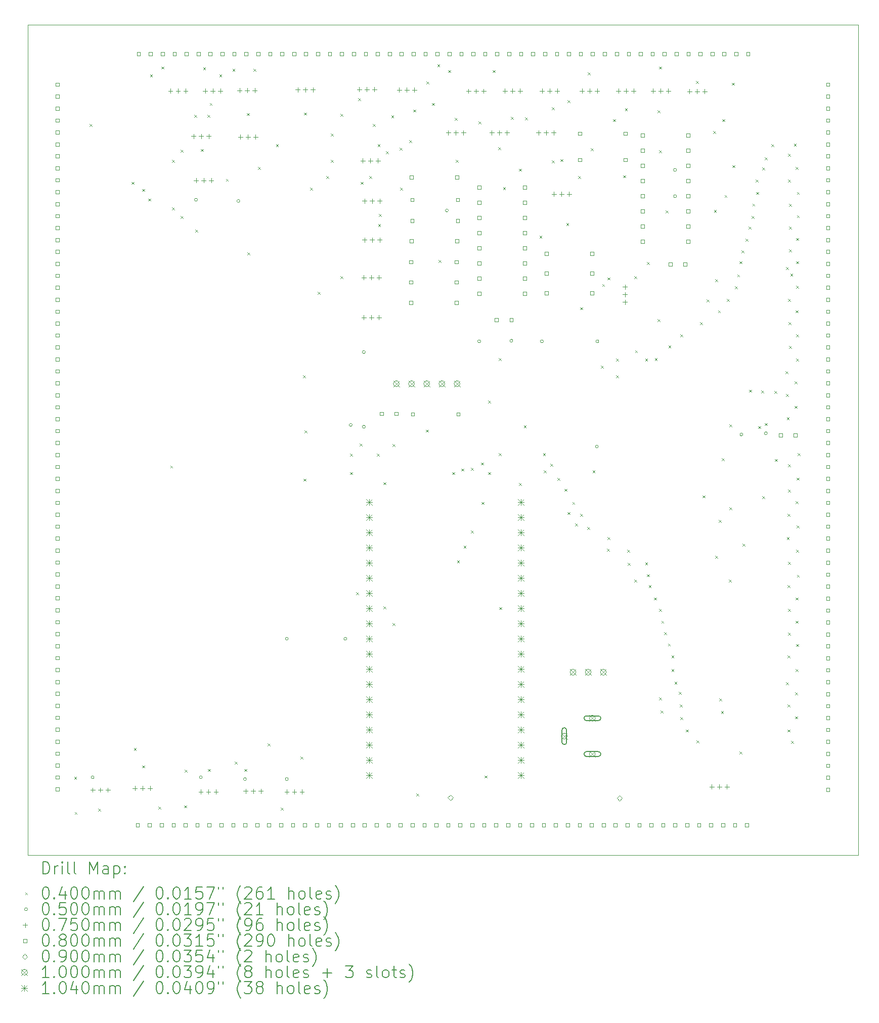
<source format=gbr>
%FSLAX45Y45*%
G04 Gerber Fmt 4.5, Leading zero omitted, Abs format (unit mm)*
G04 Created by KiCad (PCBNEW (6.0.5)) date 2022-05-25 23:49:51*
%MOMM*%
%LPD*%
G01*
G04 APERTURE LIST*
%TA.AperFunction,Profile*%
%ADD10C,0.100000*%
%TD*%
%ADD11C,0.200000*%
%ADD12C,0.040000*%
%ADD13C,0.050000*%
%ADD14C,0.075000*%
%ADD15C,0.080000*%
%ADD16C,0.090000*%
%ADD17C,0.100000*%
%ADD18C,0.104000*%
G04 APERTURE END LIST*
D10*
X8634000Y-2320000D02*
X22534000Y-2320000D01*
X22534000Y-2320000D02*
X22534000Y-16220000D01*
X22534000Y-16220000D02*
X8634000Y-16220000D01*
X8634000Y-16220000D02*
X8634000Y-2320000D01*
D11*
D12*
X9410000Y-14910000D02*
X9450000Y-14950000D01*
X9450000Y-14910000D02*
X9410000Y-14950000D01*
X9420000Y-15500000D02*
X9460000Y-15540000D01*
X9460000Y-15500000D02*
X9420000Y-15540000D01*
X9670000Y-3980000D02*
X9710000Y-4020000D01*
X9710000Y-3980000D02*
X9670000Y-4020000D01*
X9810000Y-15447550D02*
X9850000Y-15487550D01*
X9850000Y-15447550D02*
X9810000Y-15487550D01*
X10370000Y-4950000D02*
X10410000Y-4990000D01*
X10410000Y-4950000D02*
X10370000Y-4990000D01*
X10410000Y-14430000D02*
X10450000Y-14470000D01*
X10450000Y-14430000D02*
X10410000Y-14470000D01*
X10550000Y-5070000D02*
X10590000Y-5110000D01*
X10590000Y-5070000D02*
X10550000Y-5110000D01*
X10550000Y-14720000D02*
X10590000Y-14760000D01*
X10590000Y-14720000D02*
X10550000Y-14760000D01*
X10650000Y-5230000D02*
X10690000Y-5270000D01*
X10690000Y-5230000D02*
X10650000Y-5270000D01*
X10680000Y-3150000D02*
X10720000Y-3190000D01*
X10720000Y-3150000D02*
X10680000Y-3190000D01*
X10820000Y-15410000D02*
X10860000Y-15450000D01*
X10860000Y-15410000D02*
X10820000Y-15450000D01*
X10870000Y-3020000D02*
X10910000Y-3060000D01*
X10910000Y-3020000D02*
X10870000Y-3060000D01*
X11020000Y-9700000D02*
X11060000Y-9740000D01*
X11060000Y-9700000D02*
X11020000Y-9740000D01*
X11050000Y-4580000D02*
X11090000Y-4620000D01*
X11090000Y-4580000D02*
X11050000Y-4620000D01*
X11050000Y-5380000D02*
X11090000Y-5420000D01*
X11090000Y-5380000D02*
X11050000Y-5420000D01*
X11190000Y-4410000D02*
X11230000Y-4450000D01*
X11230000Y-4410000D02*
X11190000Y-4450000D01*
X11190000Y-5520000D02*
X11230000Y-5560000D01*
X11230000Y-5520000D02*
X11190000Y-5560000D01*
X11250000Y-15390000D02*
X11290000Y-15430000D01*
X11290000Y-15390000D02*
X11250000Y-15430000D01*
X11260000Y-14790000D02*
X11300000Y-14830000D01*
X11300000Y-14790000D02*
X11260000Y-14830000D01*
X11420000Y-3830000D02*
X11460000Y-3870000D01*
X11460000Y-3830000D02*
X11420000Y-3870000D01*
X11440000Y-5750000D02*
X11480000Y-5790000D01*
X11480000Y-5750000D02*
X11440000Y-5790000D01*
X11530000Y-4400000D02*
X11570000Y-4440000D01*
X11570000Y-4400000D02*
X11530000Y-4440000D01*
X11570000Y-3030000D02*
X11610000Y-3070000D01*
X11610000Y-3030000D02*
X11570000Y-3070000D01*
X11640000Y-3830000D02*
X11680000Y-3870000D01*
X11680000Y-3830000D02*
X11640000Y-3870000D01*
X11650000Y-14780000D02*
X11690000Y-14820000D01*
X11690000Y-14780000D02*
X11650000Y-14820000D01*
X11680000Y-3630000D02*
X11720000Y-3670000D01*
X11720000Y-3630000D02*
X11680000Y-3670000D01*
X11840000Y-3150000D02*
X11880000Y-3190000D01*
X11880000Y-3150000D02*
X11840000Y-3190000D01*
X11950000Y-4900000D02*
X11990000Y-4940000D01*
X11990000Y-4900000D02*
X11950000Y-4940000D01*
X12060000Y-3060000D02*
X12100000Y-3100000D01*
X12100000Y-3060000D02*
X12060000Y-3100000D01*
X12100000Y-14660000D02*
X12140000Y-14700000D01*
X12140000Y-14660000D02*
X12100000Y-14700000D01*
X12260000Y-14780000D02*
X12300000Y-14820000D01*
X12300000Y-14780000D02*
X12260000Y-14820000D01*
X12300000Y-3800000D02*
X12340000Y-3840000D01*
X12340000Y-3800000D02*
X12300000Y-3840000D01*
X12310000Y-6130000D02*
X12350000Y-6170000D01*
X12350000Y-6130000D02*
X12310000Y-6170000D01*
X12410000Y-3060000D02*
X12450000Y-3100000D01*
X12450000Y-3060000D02*
X12410000Y-3100000D01*
X12490000Y-4700000D02*
X12530000Y-4740000D01*
X12530000Y-4700000D02*
X12490000Y-4740000D01*
X12650000Y-14350000D02*
X12690000Y-14390000D01*
X12690000Y-14350000D02*
X12650000Y-14390000D01*
X12790000Y-4320000D02*
X12830000Y-4360000D01*
X12830000Y-4320000D02*
X12790000Y-4360000D01*
X12870000Y-15430000D02*
X12910000Y-15470000D01*
X12910000Y-15430000D02*
X12870000Y-15470000D01*
X13200000Y-14570000D02*
X13240000Y-14610000D01*
X13240000Y-14570000D02*
X13200000Y-14610000D01*
X13240000Y-8190000D02*
X13280000Y-8230000D01*
X13280000Y-8190000D02*
X13240000Y-8230000D01*
X13250000Y-9920000D02*
X13290000Y-9960000D01*
X13290000Y-9920000D02*
X13250000Y-9960000D01*
X13260000Y-3790000D02*
X13300000Y-3830000D01*
X13300000Y-3790000D02*
X13260000Y-3830000D01*
X13270000Y-9110000D02*
X13310000Y-9150000D01*
X13310000Y-9110000D02*
X13270000Y-9150000D01*
X13360000Y-5050000D02*
X13400000Y-5090000D01*
X13400000Y-5050000D02*
X13360000Y-5090000D01*
X13490000Y-6790000D02*
X13530000Y-6830000D01*
X13530000Y-6790000D02*
X13490000Y-6830000D01*
X13630000Y-4850000D02*
X13670000Y-4890000D01*
X13670000Y-4850000D02*
X13630000Y-4890000D01*
X13710000Y-4140000D02*
X13750000Y-4180000D01*
X13750000Y-4140000D02*
X13710000Y-4180000D01*
X13710000Y-4580000D02*
X13750000Y-4620000D01*
X13750000Y-4580000D02*
X13710000Y-4620000D01*
X13870000Y-3810000D02*
X13910000Y-3850000D01*
X13910000Y-3810000D02*
X13870000Y-3850000D01*
X13870000Y-6530000D02*
X13910000Y-6570000D01*
X13910000Y-6530000D02*
X13870000Y-6570000D01*
X14030000Y-9500000D02*
X14070000Y-9540000D01*
X14070000Y-9500000D02*
X14030000Y-9540000D01*
X14030000Y-9810000D02*
X14070000Y-9850000D01*
X14070000Y-9810000D02*
X14030000Y-9850000D01*
X14130000Y-11820000D02*
X14170000Y-11860000D01*
X14170000Y-11820000D02*
X14130000Y-11860000D01*
X14163000Y-3547000D02*
X14203000Y-3587000D01*
X14203000Y-3547000D02*
X14163000Y-3587000D01*
X14190000Y-9330000D02*
X14230000Y-9370000D01*
X14230000Y-9330000D02*
X14190000Y-9370000D01*
X14210000Y-4950000D02*
X14250000Y-4990000D01*
X14250000Y-4950000D02*
X14210000Y-4990000D01*
X14350000Y-4850000D02*
X14390000Y-4890000D01*
X14390000Y-4850000D02*
X14350000Y-4890000D01*
X14410000Y-3980000D02*
X14450000Y-4020000D01*
X14450000Y-3980000D02*
X14410000Y-4020000D01*
X14480000Y-9500000D02*
X14520000Y-9540000D01*
X14520000Y-9500000D02*
X14480000Y-9540000D01*
X14490000Y-4320000D02*
X14530000Y-4360000D01*
X14530000Y-4320000D02*
X14490000Y-4360000D01*
X14500000Y-5660000D02*
X14540000Y-5700000D01*
X14540000Y-5660000D02*
X14500000Y-5700000D01*
X14510000Y-5490000D02*
X14550000Y-5530000D01*
X14550000Y-5490000D02*
X14510000Y-5530000D01*
X14590000Y-9980000D02*
X14630000Y-10020000D01*
X14630000Y-9980000D02*
X14590000Y-10020000D01*
X14590000Y-12060000D02*
X14630000Y-12100000D01*
X14630000Y-12060000D02*
X14590000Y-12100000D01*
X14630000Y-4440000D02*
X14670000Y-4480000D01*
X14670000Y-4440000D02*
X14630000Y-4480000D01*
X14720000Y-3840000D02*
X14760000Y-3880000D01*
X14760000Y-3840000D02*
X14720000Y-3880000D01*
X14740000Y-9340000D02*
X14780000Y-9380000D01*
X14780000Y-9340000D02*
X14740000Y-9380000D01*
X14740000Y-12340000D02*
X14780000Y-12380000D01*
X14780000Y-12340000D02*
X14740000Y-12380000D01*
X14860000Y-4380000D02*
X14900000Y-4420000D01*
X14900000Y-4380000D02*
X14860000Y-4420000D01*
X14869000Y-5050000D02*
X14909000Y-5090000D01*
X14909000Y-5050000D02*
X14869000Y-5090000D01*
X15020000Y-4250000D02*
X15060000Y-4290000D01*
X15060000Y-4250000D02*
X15020000Y-4290000D01*
X15090000Y-3740000D02*
X15130000Y-3780000D01*
X15130000Y-3740000D02*
X15090000Y-3780000D01*
X15140000Y-15190000D02*
X15180000Y-15230000D01*
X15180000Y-15190000D02*
X15140000Y-15230000D01*
X15300000Y-9100000D02*
X15340000Y-9140000D01*
X15340000Y-9100000D02*
X15300000Y-9140000D01*
X15310000Y-3270000D02*
X15350000Y-3310000D01*
X15350000Y-3270000D02*
X15310000Y-3310000D01*
X15400000Y-3630000D02*
X15440000Y-3670000D01*
X15440000Y-3630000D02*
X15400000Y-3670000D01*
X15490000Y-2980000D02*
X15530000Y-3020000D01*
X15530000Y-2980000D02*
X15490000Y-3020000D01*
X15510000Y-6260000D02*
X15550000Y-6300000D01*
X15550000Y-6260000D02*
X15510000Y-6300000D01*
X15670000Y-3080000D02*
X15710000Y-3120000D01*
X15710000Y-3080000D02*
X15670000Y-3120000D01*
X15740000Y-9810000D02*
X15780000Y-9850000D01*
X15780000Y-9810000D02*
X15740000Y-9850000D01*
X15780000Y-3880000D02*
X15820000Y-3920000D01*
X15820000Y-3880000D02*
X15780000Y-3920000D01*
X15800000Y-4580000D02*
X15840000Y-4620000D01*
X15840000Y-4580000D02*
X15800000Y-4620000D01*
X15820000Y-11290000D02*
X15860000Y-11330000D01*
X15860000Y-11290000D02*
X15820000Y-11330000D01*
X15890000Y-9750000D02*
X15930000Y-9790000D01*
X15930000Y-9750000D02*
X15890000Y-9790000D01*
X15930000Y-11040000D02*
X15970000Y-11080000D01*
X15970000Y-11040000D02*
X15930000Y-11080000D01*
X16050000Y-9740000D02*
X16090000Y-9780000D01*
X16090000Y-9740000D02*
X16050000Y-9780000D01*
X16050000Y-10790000D02*
X16090000Y-10830000D01*
X16090000Y-10790000D02*
X16050000Y-10830000D01*
X16180000Y-3940000D02*
X16220000Y-3980000D01*
X16220000Y-3940000D02*
X16180000Y-3980000D01*
X16220000Y-9650000D02*
X16260000Y-9690000D01*
X16260000Y-9650000D02*
X16220000Y-9690000D01*
X16230000Y-10310000D02*
X16270000Y-10350000D01*
X16270000Y-10310000D02*
X16230000Y-10350000D01*
X16280000Y-14890000D02*
X16320000Y-14930000D01*
X16320000Y-14890000D02*
X16280000Y-14930000D01*
X16340000Y-8610000D02*
X16380000Y-8650000D01*
X16380000Y-8610000D02*
X16340000Y-8650000D01*
X16340000Y-9810000D02*
X16380000Y-9850000D01*
X16380000Y-9810000D02*
X16340000Y-9850000D01*
X16420000Y-3080000D02*
X16460000Y-3120000D01*
X16460000Y-3080000D02*
X16420000Y-3120000D01*
X16510000Y-4370000D02*
X16550000Y-4410000D01*
X16550000Y-4370000D02*
X16510000Y-4410000D01*
X16520000Y-7900000D02*
X16560000Y-7940000D01*
X16560000Y-7900000D02*
X16520000Y-7940000D01*
X16520000Y-9490000D02*
X16560000Y-9530000D01*
X16560000Y-9490000D02*
X16520000Y-9530000D01*
X16530000Y-12070000D02*
X16570000Y-12110000D01*
X16570000Y-12070000D02*
X16530000Y-12110000D01*
X16590000Y-5040000D02*
X16630000Y-5080000D01*
X16630000Y-5040000D02*
X16590000Y-5080000D01*
X16720000Y-3860000D02*
X16760000Y-3900000D01*
X16760000Y-3860000D02*
X16720000Y-3900000D01*
X16860000Y-4730000D02*
X16900000Y-4770000D01*
X16900000Y-4730000D02*
X16860000Y-4770000D01*
X16860000Y-9990000D02*
X16900000Y-10030000D01*
X16900000Y-9990000D02*
X16860000Y-10030000D01*
X16937550Y-9030000D02*
X16977550Y-9070000D01*
X16977550Y-9030000D02*
X16937550Y-9070000D01*
X16960000Y-3870000D02*
X17000000Y-3910000D01*
X17000000Y-3870000D02*
X16960000Y-3910000D01*
X17200000Y-5850000D02*
X17240000Y-5890000D01*
X17240000Y-5850000D02*
X17200000Y-5890000D01*
X17260000Y-9490000D02*
X17300000Y-9530000D01*
X17300000Y-9490000D02*
X17260000Y-9530000D01*
X17270000Y-9780000D02*
X17310000Y-9820000D01*
X17310000Y-9780000D02*
X17270000Y-9820000D01*
X17380000Y-9670000D02*
X17420000Y-9710000D01*
X17420000Y-9670000D02*
X17380000Y-9710000D01*
X17410000Y-3700000D02*
X17450000Y-3740000D01*
X17450000Y-3700000D02*
X17410000Y-3740000D01*
X17410000Y-4590000D02*
X17450000Y-4630000D01*
X17450000Y-4590000D02*
X17410000Y-4630000D01*
X17500000Y-9910000D02*
X17540000Y-9950000D01*
X17540000Y-9910000D02*
X17500000Y-9950000D01*
X17550000Y-4570000D02*
X17590000Y-4610000D01*
X17590000Y-4570000D02*
X17550000Y-4610000D01*
X17620000Y-10090000D02*
X17660000Y-10130000D01*
X17660000Y-10090000D02*
X17620000Y-10130000D01*
X17650000Y-5640000D02*
X17690000Y-5680000D01*
X17690000Y-5640000D02*
X17650000Y-5680000D01*
X17670000Y-3580000D02*
X17710000Y-3620000D01*
X17710000Y-3580000D02*
X17670000Y-3620000D01*
X17670000Y-10480000D02*
X17710000Y-10520000D01*
X17710000Y-10480000D02*
X17670000Y-10520000D01*
X17750000Y-10310000D02*
X17790000Y-10350000D01*
X17790000Y-10310000D02*
X17750000Y-10350000D01*
X17800000Y-10670000D02*
X17840000Y-10710000D01*
X17840000Y-10670000D02*
X17800000Y-10710000D01*
X17850000Y-4850000D02*
X17890000Y-4890000D01*
X17890000Y-4850000D02*
X17850000Y-4890000D01*
X17880000Y-7050000D02*
X17920000Y-7090000D01*
X17920000Y-7050000D02*
X17880000Y-7090000D01*
X17880000Y-10510000D02*
X17920000Y-10550000D01*
X17920000Y-10510000D02*
X17880000Y-10550000D01*
X18000000Y-10730000D02*
X18040000Y-10770000D01*
X18040000Y-10730000D02*
X18000000Y-10770000D01*
X18010000Y-3120000D02*
X18050000Y-3160000D01*
X18050000Y-3120000D02*
X18010000Y-3160000D01*
X18060000Y-4390000D02*
X18100000Y-4430000D01*
X18100000Y-4390000D02*
X18060000Y-4430000D01*
X18090000Y-9780000D02*
X18130000Y-9820000D01*
X18130000Y-9780000D02*
X18090000Y-9820000D01*
X18230000Y-8030000D02*
X18270000Y-8070000D01*
X18270000Y-8030000D02*
X18230000Y-8070000D01*
X18250000Y-6660000D02*
X18290000Y-6700000D01*
X18290000Y-6660000D02*
X18250000Y-6700000D01*
X18330000Y-11090000D02*
X18370000Y-11130000D01*
X18370000Y-11090000D02*
X18330000Y-11130000D01*
X18340000Y-6550000D02*
X18380000Y-6590000D01*
X18380000Y-6550000D02*
X18340000Y-6590000D01*
X18340000Y-10900000D02*
X18380000Y-10940000D01*
X18380000Y-10900000D02*
X18340000Y-10940000D01*
X18430000Y-3900000D02*
X18470000Y-3940000D01*
X18470000Y-3900000D02*
X18430000Y-3940000D01*
X18480000Y-7910000D02*
X18520000Y-7950000D01*
X18520000Y-7910000D02*
X18480000Y-7950000D01*
X18480000Y-8190000D02*
X18520000Y-8230000D01*
X18520000Y-8190000D02*
X18480000Y-8230000D01*
X18600000Y-4840000D02*
X18640000Y-4880000D01*
X18640000Y-4840000D02*
X18600000Y-4880000D01*
X18630000Y-3720000D02*
X18670000Y-3760000D01*
X18670000Y-3720000D02*
X18630000Y-3760000D01*
X18670000Y-11110000D02*
X18710000Y-11150000D01*
X18710000Y-11110000D02*
X18670000Y-11150000D01*
X18680000Y-11330000D02*
X18720000Y-11370000D01*
X18720000Y-11330000D02*
X18680000Y-11370000D01*
X18790000Y-6530000D02*
X18830000Y-6570000D01*
X18830000Y-6530000D02*
X18790000Y-6570000D01*
X18790000Y-11610000D02*
X18830000Y-11650000D01*
X18830000Y-11610000D02*
X18790000Y-11650000D01*
X18800000Y-7770000D02*
X18840000Y-7810000D01*
X18840000Y-7770000D02*
X18800000Y-7810000D01*
X18970000Y-7910000D02*
X19010000Y-7950000D01*
X19010000Y-7910000D02*
X18970000Y-7950000D01*
X18970000Y-11320000D02*
X19010000Y-11360000D01*
X19010000Y-11320000D02*
X18970000Y-11360000D01*
X19000000Y-6290000D02*
X19040000Y-6330000D01*
X19040000Y-6290000D02*
X19000000Y-6330000D01*
X19000000Y-11520000D02*
X19040000Y-11560000D01*
X19040000Y-11520000D02*
X19000000Y-11560000D01*
X19030000Y-11700000D02*
X19070000Y-11740000D01*
X19070000Y-11700000D02*
X19030000Y-11740000D01*
X19120000Y-11910000D02*
X19160000Y-11950000D01*
X19160000Y-11910000D02*
X19120000Y-11950000D01*
X19130000Y-7900000D02*
X19170000Y-7940000D01*
X19170000Y-7900000D02*
X19130000Y-7940000D01*
X19180000Y-3750000D02*
X19220000Y-3790000D01*
X19220000Y-3750000D02*
X19180000Y-3790000D01*
X19180000Y-7250000D02*
X19220000Y-7290000D01*
X19220000Y-7250000D02*
X19180000Y-7290000D01*
X19200000Y-3020000D02*
X19240000Y-3060000D01*
X19240000Y-3020000D02*
X19200000Y-3060000D01*
X19200000Y-4420000D02*
X19240000Y-4460000D01*
X19240000Y-4420000D02*
X19200000Y-4460000D01*
X19200000Y-12100000D02*
X19240000Y-12140000D01*
X19240000Y-12100000D02*
X19200000Y-12140000D01*
X19200000Y-13580000D02*
X19240000Y-13620000D01*
X19240000Y-13580000D02*
X19200000Y-13620000D01*
X19230000Y-13800000D02*
X19270000Y-13840000D01*
X19270000Y-13800000D02*
X19230000Y-13840000D01*
X19240000Y-12300000D02*
X19280000Y-12340000D01*
X19280000Y-12300000D02*
X19240000Y-12340000D01*
X19290000Y-12490000D02*
X19330000Y-12530000D01*
X19330000Y-12490000D02*
X19290000Y-12530000D01*
X19310000Y-5430000D02*
X19350000Y-5470000D01*
X19350000Y-5430000D02*
X19310000Y-5470000D01*
X19350000Y-12680000D02*
X19390000Y-12720000D01*
X19390000Y-12680000D02*
X19350000Y-12720000D01*
X19360000Y-7690000D02*
X19400000Y-7730000D01*
X19400000Y-7690000D02*
X19360000Y-7730000D01*
X19410000Y-12880000D02*
X19450000Y-12920000D01*
X19450000Y-12880000D02*
X19410000Y-12920000D01*
X19410000Y-13110000D02*
X19450000Y-13150000D01*
X19450000Y-13110000D02*
X19410000Y-13150000D01*
X19460000Y-13320000D02*
X19500000Y-13360000D01*
X19500000Y-13320000D02*
X19460000Y-13360000D01*
X19530000Y-13490000D02*
X19570000Y-13530000D01*
X19570000Y-13490000D02*
X19530000Y-13530000D01*
X19550000Y-13700000D02*
X19590000Y-13740000D01*
X19590000Y-13700000D02*
X19550000Y-13740000D01*
X19560000Y-7500000D02*
X19600000Y-7540000D01*
X19600000Y-7500000D02*
X19560000Y-7540000D01*
X19560000Y-13910000D02*
X19600000Y-13950000D01*
X19600000Y-13910000D02*
X19560000Y-13950000D01*
X19650000Y-14120000D02*
X19690000Y-14160000D01*
X19690000Y-14120000D02*
X19650000Y-14160000D01*
X19820000Y-3260000D02*
X19860000Y-3300000D01*
X19860000Y-3260000D02*
X19820000Y-3300000D01*
X19830000Y-14300000D02*
X19870000Y-14340000D01*
X19870000Y-14300000D02*
X19830000Y-14340000D01*
X19890000Y-7300000D02*
X19930000Y-7340000D01*
X19930000Y-7300000D02*
X19890000Y-7340000D01*
X19930000Y-10200000D02*
X19970000Y-10240000D01*
X19970000Y-10200000D02*
X19930000Y-10240000D01*
X20000000Y-6920000D02*
X20040000Y-6960000D01*
X20040000Y-6920000D02*
X20000000Y-6960000D01*
X20110000Y-4100000D02*
X20150000Y-4140000D01*
X20150000Y-4100000D02*
X20110000Y-4140000D01*
X20120000Y-5420000D02*
X20160000Y-5460000D01*
X20160000Y-5420000D02*
X20120000Y-5460000D01*
X20140000Y-6580000D02*
X20180000Y-6620000D01*
X20180000Y-6580000D02*
X20140000Y-6620000D01*
X20140000Y-11210000D02*
X20180000Y-11250000D01*
X20180000Y-11210000D02*
X20140000Y-11250000D01*
X20190000Y-7100000D02*
X20230000Y-7140000D01*
X20230000Y-7100000D02*
X20190000Y-7140000D01*
X20200000Y-10610000D02*
X20240000Y-10650000D01*
X20240000Y-10610000D02*
X20200000Y-10650000D01*
X20210000Y-13600000D02*
X20250000Y-13640000D01*
X20250000Y-13600000D02*
X20210000Y-13640000D01*
X20240000Y-13810000D02*
X20280000Y-13850000D01*
X20280000Y-13810000D02*
X20240000Y-13850000D01*
X20250000Y-9580000D02*
X20290000Y-9620000D01*
X20290000Y-9580000D02*
X20250000Y-9620000D01*
X20260000Y-3900000D02*
X20300000Y-3940000D01*
X20300000Y-3900000D02*
X20260000Y-3940000D01*
X20300000Y-5170000D02*
X20340000Y-5210000D01*
X20340000Y-5170000D02*
X20300000Y-5210000D01*
X20340000Y-6910000D02*
X20380000Y-6950000D01*
X20380000Y-6910000D02*
X20340000Y-6950000D01*
X20370000Y-11610000D02*
X20410000Y-11650000D01*
X20410000Y-11610000D02*
X20370000Y-11650000D01*
X20380000Y-9010000D02*
X20420000Y-9050000D01*
X20420000Y-9010000D02*
X20380000Y-9050000D01*
X20380000Y-10400000D02*
X20420000Y-10440000D01*
X20420000Y-10400000D02*
X20380000Y-10440000D01*
X20420000Y-3290000D02*
X20460000Y-3330000D01*
X20460000Y-3290000D02*
X20420000Y-3330000D01*
X20430000Y-4670000D02*
X20470000Y-4710000D01*
X20470000Y-4670000D02*
X20430000Y-4710000D01*
X20470000Y-6700000D02*
X20510000Y-6740000D01*
X20510000Y-6700000D02*
X20470000Y-6740000D01*
X20510000Y-6500000D02*
X20550000Y-6540000D01*
X20550000Y-6500000D02*
X20510000Y-6540000D01*
X20550000Y-6280000D02*
X20590000Y-6320000D01*
X20590000Y-6280000D02*
X20550000Y-6320000D01*
X20550000Y-14490000D02*
X20590000Y-14530000D01*
X20590000Y-14490000D02*
X20550000Y-14530000D01*
X20580000Y-6100000D02*
X20620000Y-6140000D01*
X20620000Y-6100000D02*
X20580000Y-6140000D01*
X20600000Y-11010000D02*
X20640000Y-11050000D01*
X20640000Y-11010000D02*
X20600000Y-11050000D01*
X20650000Y-5900000D02*
X20690000Y-5940000D01*
X20690000Y-5900000D02*
X20650000Y-5940000D01*
X20700000Y-5700000D02*
X20740000Y-5740000D01*
X20740000Y-5700000D02*
X20700000Y-5740000D01*
X20710000Y-8430000D02*
X20750000Y-8470000D01*
X20750000Y-8430000D02*
X20710000Y-8470000D01*
X20750000Y-5520000D02*
X20790000Y-5560000D01*
X20790000Y-5520000D02*
X20750000Y-5560000D01*
X20765000Y-5315000D02*
X20805000Y-5355000D01*
X20805000Y-5315000D02*
X20765000Y-5355000D01*
X20820000Y-4910000D02*
X20860000Y-4950000D01*
X20860000Y-4910000D02*
X20820000Y-4950000D01*
X20830000Y-5120000D02*
X20870000Y-5160000D01*
X20870000Y-5120000D02*
X20830000Y-5160000D01*
X20860000Y-9040000D02*
X20900000Y-9080000D01*
X20900000Y-9040000D02*
X20860000Y-9080000D01*
X20910000Y-8440000D02*
X20950000Y-8480000D01*
X20950000Y-8440000D02*
X20910000Y-8480000D01*
X20930000Y-4710000D02*
X20970000Y-4750000D01*
X20970000Y-4710000D02*
X20930000Y-4750000D01*
X20930000Y-10210000D02*
X20970000Y-10250000D01*
X20970000Y-10210000D02*
X20930000Y-10250000D01*
X20970000Y-4540000D02*
X21010000Y-4580000D01*
X21010000Y-4540000D02*
X20970000Y-4580000D01*
X20970000Y-8990000D02*
X21010000Y-9030000D01*
X21010000Y-8990000D02*
X20970000Y-9030000D01*
X21080000Y-4320000D02*
X21120000Y-4360000D01*
X21120000Y-4320000D02*
X21080000Y-4360000D01*
X21130000Y-8450000D02*
X21170000Y-8490000D01*
X21170000Y-8450000D02*
X21130000Y-8490000D01*
X21140000Y-9590000D02*
X21180000Y-9630000D01*
X21180000Y-9590000D02*
X21140000Y-9630000D01*
X21320000Y-8120000D02*
X21360000Y-8160000D01*
X21360000Y-8120000D02*
X21320000Y-8160000D01*
X21330000Y-6380000D02*
X21370000Y-6420000D01*
X21370000Y-6380000D02*
X21330000Y-6420000D01*
X21330000Y-8500000D02*
X21370000Y-8540000D01*
X21370000Y-8500000D02*
X21330000Y-8540000D01*
X21330000Y-13330000D02*
X21370000Y-13370000D01*
X21370000Y-13330000D02*
X21330000Y-13370000D01*
X21340000Y-8890000D02*
X21380000Y-8930000D01*
X21380000Y-8890000D02*
X21340000Y-8930000D01*
X21340000Y-10900000D02*
X21380000Y-10940000D01*
X21380000Y-10900000D02*
X21340000Y-10940000D01*
X21350000Y-10510000D02*
X21390000Y-10550000D01*
X21390000Y-10510000D02*
X21350000Y-10550000D01*
X21350000Y-11700000D02*
X21390000Y-11740000D01*
X21390000Y-11700000D02*
X21350000Y-11740000D01*
X21350000Y-12880000D02*
X21390000Y-12920000D01*
X21390000Y-12880000D02*
X21350000Y-12920000D01*
X21350000Y-13700000D02*
X21390000Y-13740000D01*
X21390000Y-13700000D02*
X21350000Y-13740000D01*
X21350000Y-14120000D02*
X21390000Y-14160000D01*
X21390000Y-14120000D02*
X21350000Y-14160000D01*
X21360000Y-4480000D02*
X21400000Y-4520000D01*
X21400000Y-4480000D02*
X21360000Y-4520000D01*
X21360000Y-4910000D02*
X21400000Y-4950000D01*
X21400000Y-4910000D02*
X21360000Y-4950000D01*
X21360000Y-6910000D02*
X21400000Y-6950000D01*
X21400000Y-6910000D02*
X21360000Y-6950000D01*
X21360000Y-9680000D02*
X21400000Y-9720000D01*
X21400000Y-9680000D02*
X21360000Y-9720000D01*
X21360000Y-11310000D02*
X21400000Y-11350000D01*
X21400000Y-11310000D02*
X21360000Y-11350000D01*
X21360000Y-12100000D02*
X21400000Y-12140000D01*
X21400000Y-12100000D02*
X21360000Y-12140000D01*
X21360000Y-12500000D02*
X21400000Y-12540000D01*
X21400000Y-12500000D02*
X21360000Y-12540000D01*
X21364000Y-10104000D02*
X21404000Y-10144000D01*
X21404000Y-10104000D02*
X21364000Y-10144000D01*
X21370000Y-7300000D02*
X21410000Y-7340000D01*
X21410000Y-7300000D02*
X21370000Y-7340000D01*
X21380000Y-5320000D02*
X21420000Y-5360000D01*
X21420000Y-5320000D02*
X21380000Y-5360000D01*
X21380000Y-5700000D02*
X21420000Y-5740000D01*
X21420000Y-5700000D02*
X21380000Y-5740000D01*
X21380000Y-6080000D02*
X21420000Y-6120000D01*
X21420000Y-6080000D02*
X21380000Y-6120000D01*
X21380000Y-7700000D02*
X21420000Y-7740000D01*
X21420000Y-7700000D02*
X21380000Y-7740000D01*
X21400000Y-6490000D02*
X21440000Y-6530000D01*
X21440000Y-6490000D02*
X21400000Y-6530000D01*
X21410000Y-14310000D02*
X21450000Y-14350000D01*
X21450000Y-14310000D02*
X21410000Y-14350000D01*
X21460000Y-4310000D02*
X21500000Y-4350000D01*
X21500000Y-4310000D02*
X21460000Y-4350000D01*
X21470000Y-8290000D02*
X21510000Y-8330000D01*
X21510000Y-8290000D02*
X21470000Y-8330000D01*
X21470000Y-8700000D02*
X21510000Y-8740000D01*
X21510000Y-8700000D02*
X21470000Y-8740000D01*
X21480000Y-13500000D02*
X21520000Y-13540000D01*
X21520000Y-13500000D02*
X21480000Y-13540000D01*
X21480000Y-13900000D02*
X21520000Y-13940000D01*
X21520000Y-13900000D02*
X21480000Y-13940000D01*
X21490000Y-4700000D02*
X21530000Y-4740000D01*
X21530000Y-4700000D02*
X21490000Y-4740000D01*
X21490000Y-7100000D02*
X21530000Y-7140000D01*
X21530000Y-7100000D02*
X21490000Y-7140000D01*
X21490000Y-10300000D02*
X21530000Y-10340000D01*
X21530000Y-10300000D02*
X21490000Y-10340000D01*
X21490000Y-11910000D02*
X21530000Y-11950000D01*
X21530000Y-11910000D02*
X21490000Y-11950000D01*
X21490000Y-12300000D02*
X21530000Y-12340000D01*
X21530000Y-12300000D02*
X21490000Y-12340000D01*
X21490000Y-13110000D02*
X21530000Y-13150000D01*
X21530000Y-13110000D02*
X21490000Y-13150000D01*
X21500000Y-5890000D02*
X21540000Y-5930000D01*
X21540000Y-5890000D02*
X21500000Y-5930000D01*
X21500000Y-6280000D02*
X21540000Y-6320000D01*
X21540000Y-6280000D02*
X21500000Y-6320000D01*
X21500000Y-6690000D02*
X21540000Y-6730000D01*
X21540000Y-6690000D02*
X21500000Y-6730000D01*
X21500000Y-7500000D02*
X21540000Y-7540000D01*
X21540000Y-7500000D02*
X21500000Y-7540000D01*
X21500000Y-7910000D02*
X21540000Y-7950000D01*
X21540000Y-7910000D02*
X21500000Y-7950000D01*
X21500000Y-11110000D02*
X21540000Y-11150000D01*
X21540000Y-11110000D02*
X21500000Y-11150000D01*
X21500000Y-12690000D02*
X21540000Y-12730000D01*
X21540000Y-12690000D02*
X21500000Y-12730000D01*
X21504000Y-9904000D02*
X21544000Y-9944000D01*
X21544000Y-9904000D02*
X21504000Y-9944000D01*
X21504000Y-10704000D02*
X21544000Y-10744000D01*
X21544000Y-10704000D02*
X21504000Y-10744000D01*
X21510000Y-5120000D02*
X21550000Y-5160000D01*
X21550000Y-5120000D02*
X21510000Y-5160000D01*
X21510000Y-5510000D02*
X21550000Y-5550000D01*
X21550000Y-5510000D02*
X21510000Y-5550000D01*
X21510000Y-11530000D02*
X21550000Y-11570000D01*
X21550000Y-11530000D02*
X21510000Y-11570000D01*
X21520000Y-9490000D02*
X21560000Y-9530000D01*
X21560000Y-9490000D02*
X21520000Y-9530000D01*
D13*
X9745000Y-14920000D02*
G75*
G03*
X9745000Y-14920000I-25000J0D01*
G01*
X11475000Y-5250000D02*
G75*
G03*
X11475000Y-5250000I-25000J0D01*
G01*
X11555000Y-14920000D02*
G75*
G03*
X11555000Y-14920000I-25000J0D01*
G01*
X12185000Y-5270000D02*
G75*
G03*
X12185000Y-5270000I-25000J0D01*
G01*
X12295000Y-14950000D02*
G75*
G03*
X12295000Y-14950000I-25000J0D01*
G01*
X12995000Y-12600000D02*
G75*
G03*
X12995000Y-12600000I-25000J0D01*
G01*
X12995000Y-14950000D02*
G75*
G03*
X12995000Y-14950000I-25000J0D01*
G01*
X13975000Y-12600000D02*
G75*
G03*
X13975000Y-12600000I-25000J0D01*
G01*
X14065000Y-9020000D02*
G75*
G03*
X14065000Y-9020000I-25000J0D01*
G01*
X14285000Y-7800000D02*
G75*
G03*
X14285000Y-7800000I-25000J0D01*
G01*
X14285000Y-9050000D02*
G75*
G03*
X14285000Y-9050000I-25000J0D01*
G01*
X15675000Y-5430000D02*
G75*
G03*
X15675000Y-5430000I-25000J0D01*
G01*
X16215000Y-7620000D02*
G75*
G03*
X16215000Y-7620000I-25000J0D01*
G01*
X16755000Y-7610000D02*
G75*
G03*
X16755000Y-7610000I-25000J0D01*
G01*
X17265000Y-7620000D02*
G75*
G03*
X17265000Y-7620000I-25000J0D01*
G01*
X18185000Y-9380000D02*
G75*
G03*
X18185000Y-9380000I-25000J0D01*
G01*
X18195000Y-7620000D02*
G75*
G03*
X18195000Y-7620000I-25000J0D01*
G01*
X19495000Y-4750000D02*
G75*
G03*
X19495000Y-4750000I-25000J0D01*
G01*
X19495000Y-5190000D02*
G75*
G03*
X19495000Y-5190000I-25000J0D01*
G01*
X20605000Y-9180000D02*
G75*
G03*
X20605000Y-9180000I-25000J0D01*
G01*
X21015000Y-9160000D02*
G75*
G03*
X21015000Y-9160000I-25000J0D01*
G01*
D14*
X9720000Y-15092500D02*
X9720000Y-15167500D01*
X9682500Y-15130000D02*
X9757500Y-15130000D01*
X9847000Y-15092500D02*
X9847000Y-15167500D01*
X9809500Y-15130000D02*
X9884500Y-15130000D01*
X9974000Y-15092500D02*
X9974000Y-15167500D01*
X9936500Y-15130000D02*
X10011500Y-15130000D01*
X10427000Y-15066500D02*
X10427000Y-15141500D01*
X10389500Y-15104000D02*
X10464500Y-15104000D01*
X10554000Y-15066500D02*
X10554000Y-15141500D01*
X10516500Y-15104000D02*
X10591500Y-15104000D01*
X10681000Y-15066500D02*
X10681000Y-15141500D01*
X10643500Y-15104000D02*
X10718500Y-15104000D01*
X11023000Y-3388500D02*
X11023000Y-3463500D01*
X10985500Y-3426000D02*
X11060500Y-3426000D01*
X11150000Y-3388500D02*
X11150000Y-3463500D01*
X11112500Y-3426000D02*
X11187500Y-3426000D01*
X11277000Y-3388500D02*
X11277000Y-3463500D01*
X11239500Y-3426000D02*
X11314500Y-3426000D01*
X11410000Y-4148500D02*
X11410000Y-4223500D01*
X11372500Y-4186000D02*
X11447500Y-4186000D01*
X11453000Y-4888500D02*
X11453000Y-4963500D01*
X11415500Y-4926000D02*
X11490500Y-4926000D01*
X11530000Y-15122500D02*
X11530000Y-15197500D01*
X11492500Y-15160000D02*
X11567500Y-15160000D01*
X11537000Y-4148500D02*
X11537000Y-4223500D01*
X11499500Y-4186000D02*
X11574500Y-4186000D01*
X11580000Y-4888500D02*
X11580000Y-4963500D01*
X11542500Y-4926000D02*
X11617500Y-4926000D01*
X11603000Y-3388500D02*
X11603000Y-3463500D01*
X11565500Y-3426000D02*
X11640500Y-3426000D01*
X11657000Y-15122500D02*
X11657000Y-15197500D01*
X11619500Y-15160000D02*
X11694500Y-15160000D01*
X11664000Y-4148500D02*
X11664000Y-4223500D01*
X11626500Y-4186000D02*
X11701500Y-4186000D01*
X11707000Y-4888500D02*
X11707000Y-4963500D01*
X11669500Y-4926000D02*
X11744500Y-4926000D01*
X11730000Y-3388500D02*
X11730000Y-3463500D01*
X11692500Y-3426000D02*
X11767500Y-3426000D01*
X11784000Y-15122500D02*
X11784000Y-15197500D01*
X11746500Y-15160000D02*
X11821500Y-15160000D01*
X11857000Y-3388500D02*
X11857000Y-3463500D01*
X11819500Y-3426000D02*
X11894500Y-3426000D01*
X12180000Y-3382500D02*
X12180000Y-3457500D01*
X12142500Y-3420000D02*
X12217500Y-3420000D01*
X12193000Y-4158500D02*
X12193000Y-4233500D01*
X12155500Y-4196000D02*
X12230500Y-4196000D01*
X12280000Y-15112500D02*
X12280000Y-15187500D01*
X12242500Y-15150000D02*
X12317500Y-15150000D01*
X12307000Y-3382500D02*
X12307000Y-3457500D01*
X12269500Y-3420000D02*
X12344500Y-3420000D01*
X12320000Y-4158500D02*
X12320000Y-4233500D01*
X12282500Y-4196000D02*
X12357500Y-4196000D01*
X12407000Y-15112500D02*
X12407000Y-15187500D01*
X12369500Y-15150000D02*
X12444500Y-15150000D01*
X12434000Y-3382500D02*
X12434000Y-3457500D01*
X12396500Y-3420000D02*
X12471500Y-3420000D01*
X12447000Y-4158500D02*
X12447000Y-4233500D01*
X12409500Y-4196000D02*
X12484500Y-4196000D01*
X12534000Y-15112500D02*
X12534000Y-15187500D01*
X12496500Y-15150000D02*
X12571500Y-15150000D01*
X12970000Y-15122500D02*
X12970000Y-15197500D01*
X12932500Y-15160000D02*
X13007500Y-15160000D01*
X13097000Y-15122500D02*
X13097000Y-15197500D01*
X13059500Y-15160000D02*
X13134500Y-15160000D01*
X13153000Y-3368500D02*
X13153000Y-3443500D01*
X13115500Y-3406000D02*
X13190500Y-3406000D01*
X13224000Y-15122500D02*
X13224000Y-15197500D01*
X13186500Y-15160000D02*
X13261500Y-15160000D01*
X13280000Y-3368500D02*
X13280000Y-3443500D01*
X13242500Y-3406000D02*
X13317500Y-3406000D01*
X13407000Y-3368500D02*
X13407000Y-3443500D01*
X13369500Y-3406000D02*
X13444500Y-3406000D01*
X14183000Y-3362500D02*
X14183000Y-3437500D01*
X14145500Y-3400000D02*
X14220500Y-3400000D01*
X14243000Y-4558500D02*
X14243000Y-4633500D01*
X14205500Y-4596000D02*
X14280500Y-4596000D01*
X14260000Y-6512500D02*
X14260000Y-6587500D01*
X14222500Y-6550000D02*
X14297500Y-6550000D01*
X14260000Y-7182500D02*
X14260000Y-7257500D01*
X14222500Y-7220000D02*
X14297500Y-7220000D01*
X14270000Y-5232500D02*
X14270000Y-5307500D01*
X14232500Y-5270000D02*
X14307500Y-5270000D01*
X14270000Y-5882500D02*
X14270000Y-5957500D01*
X14232500Y-5920000D02*
X14307500Y-5920000D01*
X14310000Y-3362500D02*
X14310000Y-3437500D01*
X14272500Y-3400000D02*
X14347500Y-3400000D01*
X14370000Y-4558500D02*
X14370000Y-4633500D01*
X14332500Y-4596000D02*
X14407500Y-4596000D01*
X14387000Y-6512500D02*
X14387000Y-6587500D01*
X14349500Y-6550000D02*
X14424500Y-6550000D01*
X14387000Y-7182500D02*
X14387000Y-7257500D01*
X14349500Y-7220000D02*
X14424500Y-7220000D01*
X14397000Y-5232500D02*
X14397000Y-5307500D01*
X14359500Y-5270000D02*
X14434500Y-5270000D01*
X14397000Y-5882500D02*
X14397000Y-5957500D01*
X14359500Y-5920000D02*
X14434500Y-5920000D01*
X14437000Y-3362500D02*
X14437000Y-3437500D01*
X14399500Y-3400000D02*
X14474500Y-3400000D01*
X14497000Y-4558500D02*
X14497000Y-4633500D01*
X14459500Y-4596000D02*
X14534500Y-4596000D01*
X14514000Y-6512500D02*
X14514000Y-6587500D01*
X14476500Y-6550000D02*
X14551500Y-6550000D01*
X14514000Y-7182500D02*
X14514000Y-7257500D01*
X14476500Y-7220000D02*
X14551500Y-7220000D01*
X14524000Y-5232500D02*
X14524000Y-5307500D01*
X14486500Y-5270000D02*
X14561500Y-5270000D01*
X14524000Y-5882500D02*
X14524000Y-5957500D01*
X14486500Y-5920000D02*
X14561500Y-5920000D01*
X14853000Y-3372500D02*
X14853000Y-3447500D01*
X14815500Y-3410000D02*
X14890500Y-3410000D01*
X14980000Y-3372500D02*
X14980000Y-3447500D01*
X14942500Y-3410000D02*
X15017500Y-3410000D01*
X15107000Y-3372500D02*
X15107000Y-3447500D01*
X15069500Y-3410000D02*
X15144500Y-3410000D01*
X15673000Y-4088500D02*
X15673000Y-4163500D01*
X15635500Y-4126000D02*
X15710500Y-4126000D01*
X15800000Y-4088500D02*
X15800000Y-4163500D01*
X15762500Y-4126000D02*
X15837500Y-4126000D01*
X15927000Y-4088500D02*
X15927000Y-4163500D01*
X15889500Y-4126000D02*
X15964500Y-4126000D01*
X16010000Y-3392500D02*
X16010000Y-3467500D01*
X15972500Y-3430000D02*
X16047500Y-3430000D01*
X16137000Y-3392500D02*
X16137000Y-3467500D01*
X16099500Y-3430000D02*
X16174500Y-3430000D01*
X16264000Y-3392500D02*
X16264000Y-3467500D01*
X16226500Y-3430000D02*
X16301500Y-3430000D01*
X16403000Y-4088500D02*
X16403000Y-4163500D01*
X16365500Y-4126000D02*
X16440500Y-4126000D01*
X16530000Y-4088500D02*
X16530000Y-4163500D01*
X16492500Y-4126000D02*
X16567500Y-4126000D01*
X16623000Y-3388500D02*
X16623000Y-3463500D01*
X16585500Y-3426000D02*
X16660500Y-3426000D01*
X16657000Y-4088500D02*
X16657000Y-4163500D01*
X16619500Y-4126000D02*
X16694500Y-4126000D01*
X16750000Y-3388500D02*
X16750000Y-3463500D01*
X16712500Y-3426000D02*
X16787500Y-3426000D01*
X16877000Y-3388500D02*
X16877000Y-3463500D01*
X16839500Y-3426000D02*
X16914500Y-3426000D01*
X17183000Y-4088500D02*
X17183000Y-4163500D01*
X17145500Y-4126000D02*
X17220500Y-4126000D01*
X17243000Y-3388500D02*
X17243000Y-3463500D01*
X17205500Y-3426000D02*
X17280500Y-3426000D01*
X17310000Y-4088500D02*
X17310000Y-4163500D01*
X17272500Y-4126000D02*
X17347500Y-4126000D01*
X17370000Y-3388500D02*
X17370000Y-3463500D01*
X17332500Y-3426000D02*
X17407500Y-3426000D01*
X17437000Y-4088500D02*
X17437000Y-4163500D01*
X17399500Y-4126000D02*
X17474500Y-4126000D01*
X17443000Y-5118500D02*
X17443000Y-5193500D01*
X17405500Y-5156000D02*
X17480500Y-5156000D01*
X17497000Y-3388500D02*
X17497000Y-3463500D01*
X17459500Y-3426000D02*
X17534500Y-3426000D01*
X17570000Y-5118500D02*
X17570000Y-5193500D01*
X17532500Y-5156000D02*
X17607500Y-5156000D01*
X17697000Y-5118500D02*
X17697000Y-5193500D01*
X17659500Y-5156000D02*
X17734500Y-5156000D01*
X17913000Y-3388500D02*
X17913000Y-3463500D01*
X17875500Y-3426000D02*
X17950500Y-3426000D01*
X18040000Y-3388500D02*
X18040000Y-3463500D01*
X18002500Y-3426000D02*
X18077500Y-3426000D01*
X18167000Y-3388500D02*
X18167000Y-3463500D01*
X18129500Y-3426000D02*
X18204500Y-3426000D01*
X18523000Y-3388500D02*
X18523000Y-3463500D01*
X18485500Y-3426000D02*
X18560500Y-3426000D01*
X18630000Y-6672500D02*
X18630000Y-6747500D01*
X18592500Y-6710000D02*
X18667500Y-6710000D01*
X18630000Y-6799500D02*
X18630000Y-6874500D01*
X18592500Y-6837000D02*
X18667500Y-6837000D01*
X18630000Y-6926500D02*
X18630000Y-7001500D01*
X18592500Y-6964000D02*
X18667500Y-6964000D01*
X18650000Y-3388500D02*
X18650000Y-3463500D01*
X18612500Y-3426000D02*
X18687500Y-3426000D01*
X18777000Y-3388500D02*
X18777000Y-3463500D01*
X18739500Y-3426000D02*
X18814500Y-3426000D01*
X19103000Y-3388500D02*
X19103000Y-3463500D01*
X19065500Y-3426000D02*
X19140500Y-3426000D01*
X19230000Y-3388500D02*
X19230000Y-3463500D01*
X19192500Y-3426000D02*
X19267500Y-3426000D01*
X19357000Y-3388500D02*
X19357000Y-3463500D01*
X19319500Y-3426000D02*
X19394500Y-3426000D01*
X19713000Y-3398500D02*
X19713000Y-3473500D01*
X19675500Y-3436000D02*
X19750500Y-3436000D01*
X19840000Y-3398500D02*
X19840000Y-3473500D01*
X19802500Y-3436000D02*
X19877500Y-3436000D01*
X19967000Y-3398500D02*
X19967000Y-3473500D01*
X19929500Y-3436000D02*
X20004500Y-3436000D01*
X20083000Y-15038500D02*
X20083000Y-15113500D01*
X20045500Y-15076000D02*
X20120500Y-15076000D01*
X20210000Y-15038500D02*
X20210000Y-15113500D01*
X20172500Y-15076000D02*
X20247500Y-15076000D01*
X20337000Y-15038500D02*
X20337000Y-15113500D01*
X20299500Y-15076000D02*
X20374500Y-15076000D01*
D15*
X9158285Y-3348284D02*
X9158285Y-3291715D01*
X9101716Y-3291715D01*
X9101716Y-3348284D01*
X9158285Y-3348284D01*
X9158285Y-3548284D02*
X9158285Y-3491715D01*
X9101716Y-3491715D01*
X9101716Y-3548284D01*
X9158285Y-3548284D01*
X9158285Y-3748284D02*
X9158285Y-3691715D01*
X9101716Y-3691715D01*
X9101716Y-3748284D01*
X9158285Y-3748284D01*
X9158285Y-3948284D02*
X9158285Y-3891715D01*
X9101716Y-3891715D01*
X9101716Y-3948284D01*
X9158285Y-3948284D01*
X9158285Y-4148284D02*
X9158285Y-4091715D01*
X9101716Y-4091715D01*
X9101716Y-4148284D01*
X9158285Y-4148284D01*
X9158285Y-4348285D02*
X9158285Y-4291716D01*
X9101716Y-4291716D01*
X9101716Y-4348285D01*
X9158285Y-4348285D01*
X9158285Y-4548285D02*
X9158285Y-4491716D01*
X9101716Y-4491716D01*
X9101716Y-4548285D01*
X9158285Y-4548285D01*
X9158285Y-4748285D02*
X9158285Y-4691716D01*
X9101716Y-4691716D01*
X9101716Y-4748285D01*
X9158285Y-4748285D01*
X9158285Y-4948285D02*
X9158285Y-4891716D01*
X9101716Y-4891716D01*
X9101716Y-4948285D01*
X9158285Y-4948285D01*
X9158285Y-5148285D02*
X9158285Y-5091716D01*
X9101716Y-5091716D01*
X9101716Y-5148285D01*
X9158285Y-5148285D01*
X9158285Y-5348285D02*
X9158285Y-5291716D01*
X9101716Y-5291716D01*
X9101716Y-5348285D01*
X9158285Y-5348285D01*
X9158285Y-5548285D02*
X9158285Y-5491716D01*
X9101716Y-5491716D01*
X9101716Y-5548285D01*
X9158285Y-5548285D01*
X9158285Y-5748284D02*
X9158285Y-5691715D01*
X9101716Y-5691715D01*
X9101716Y-5748284D01*
X9158285Y-5748284D01*
X9158285Y-5948284D02*
X9158285Y-5891715D01*
X9101716Y-5891715D01*
X9101716Y-5948284D01*
X9158285Y-5948284D01*
X9158285Y-6148284D02*
X9158285Y-6091715D01*
X9101716Y-6091715D01*
X9101716Y-6148284D01*
X9158285Y-6148284D01*
X9158285Y-6348284D02*
X9158285Y-6291715D01*
X9101716Y-6291715D01*
X9101716Y-6348284D01*
X9158285Y-6348284D01*
X9158285Y-6548284D02*
X9158285Y-6491715D01*
X9101716Y-6491715D01*
X9101716Y-6548284D01*
X9158285Y-6548284D01*
X9158285Y-6748284D02*
X9158285Y-6691715D01*
X9101716Y-6691715D01*
X9101716Y-6748284D01*
X9158285Y-6748284D01*
X9158285Y-6948284D02*
X9158285Y-6891715D01*
X9101716Y-6891715D01*
X9101716Y-6948284D01*
X9158285Y-6948284D01*
X9158285Y-7148284D02*
X9158285Y-7091715D01*
X9101716Y-7091715D01*
X9101716Y-7148284D01*
X9158285Y-7148284D01*
X9158285Y-7348284D02*
X9158285Y-7291715D01*
X9101716Y-7291715D01*
X9101716Y-7348284D01*
X9158285Y-7348284D01*
X9158285Y-7548284D02*
X9158285Y-7491715D01*
X9101716Y-7491715D01*
X9101716Y-7548284D01*
X9158285Y-7548284D01*
X9158285Y-7748284D02*
X9158285Y-7691715D01*
X9101716Y-7691715D01*
X9101716Y-7748284D01*
X9158285Y-7748284D01*
X9158285Y-7948284D02*
X9158285Y-7891715D01*
X9101716Y-7891715D01*
X9101716Y-7948284D01*
X9158285Y-7948284D01*
X9158285Y-8148284D02*
X9158285Y-8091715D01*
X9101716Y-8091715D01*
X9101716Y-8148284D01*
X9158285Y-8148284D01*
X9158285Y-8348284D02*
X9158285Y-8291715D01*
X9101716Y-8291715D01*
X9101716Y-8348284D01*
X9158285Y-8348284D01*
X9158285Y-8548285D02*
X9158285Y-8491716D01*
X9101716Y-8491716D01*
X9101716Y-8548285D01*
X9158285Y-8548285D01*
X9158285Y-8748285D02*
X9158285Y-8691716D01*
X9101716Y-8691716D01*
X9101716Y-8748285D01*
X9158285Y-8748285D01*
X9158285Y-8948285D02*
X9158285Y-8891716D01*
X9101716Y-8891716D01*
X9101716Y-8948285D01*
X9158285Y-8948285D01*
X9158285Y-9148285D02*
X9158285Y-9091716D01*
X9101716Y-9091716D01*
X9101716Y-9148285D01*
X9158285Y-9148285D01*
X9158285Y-9348285D02*
X9158285Y-9291716D01*
X9101716Y-9291716D01*
X9101716Y-9348285D01*
X9158285Y-9348285D01*
X9158285Y-9548285D02*
X9158285Y-9491716D01*
X9101716Y-9491716D01*
X9101716Y-9548285D01*
X9158285Y-9548285D01*
X9158285Y-9748285D02*
X9158285Y-9691716D01*
X9101716Y-9691716D01*
X9101716Y-9748285D01*
X9158285Y-9748285D01*
X9158285Y-9948285D02*
X9158285Y-9891716D01*
X9101716Y-9891716D01*
X9101716Y-9948285D01*
X9158285Y-9948285D01*
X9158285Y-10148285D02*
X9158285Y-10091716D01*
X9101716Y-10091716D01*
X9101716Y-10148285D01*
X9158285Y-10148285D01*
X9158285Y-10348285D02*
X9158285Y-10291716D01*
X9101716Y-10291716D01*
X9101716Y-10348285D01*
X9158285Y-10348285D01*
X9158285Y-10548285D02*
X9158285Y-10491716D01*
X9101716Y-10491716D01*
X9101716Y-10548285D01*
X9158285Y-10548285D01*
X9158285Y-10748285D02*
X9158285Y-10691716D01*
X9101716Y-10691716D01*
X9101716Y-10748285D01*
X9158285Y-10748285D01*
X9158285Y-10948285D02*
X9158285Y-10891716D01*
X9101716Y-10891716D01*
X9101716Y-10948285D01*
X9158285Y-10948285D01*
X9158285Y-11148285D02*
X9158285Y-11091716D01*
X9101716Y-11091716D01*
X9101716Y-11148285D01*
X9158285Y-11148285D01*
X9158285Y-11348284D02*
X9158285Y-11291715D01*
X9101716Y-11291715D01*
X9101716Y-11348284D01*
X9158285Y-11348284D01*
X9158285Y-11548284D02*
X9158285Y-11491715D01*
X9101716Y-11491715D01*
X9101716Y-11548284D01*
X9158285Y-11548284D01*
X9158285Y-11748284D02*
X9158285Y-11691715D01*
X9101716Y-11691715D01*
X9101716Y-11748284D01*
X9158285Y-11748284D01*
X9158285Y-11948284D02*
X9158285Y-11891715D01*
X9101716Y-11891715D01*
X9101716Y-11948284D01*
X9158285Y-11948284D01*
X9158285Y-12148284D02*
X9158285Y-12091715D01*
X9101716Y-12091715D01*
X9101716Y-12148284D01*
X9158285Y-12148284D01*
X9158285Y-12348284D02*
X9158285Y-12291715D01*
X9101716Y-12291715D01*
X9101716Y-12348284D01*
X9158285Y-12348284D01*
X9158285Y-12548284D02*
X9158285Y-12491715D01*
X9101716Y-12491715D01*
X9101716Y-12548284D01*
X9158285Y-12548284D01*
X9158285Y-12748284D02*
X9158285Y-12691715D01*
X9101716Y-12691715D01*
X9101716Y-12748284D01*
X9158285Y-12748284D01*
X9158285Y-12948284D02*
X9158285Y-12891715D01*
X9101716Y-12891715D01*
X9101716Y-12948284D01*
X9158285Y-12948284D01*
X9158285Y-13148284D02*
X9158285Y-13091715D01*
X9101716Y-13091715D01*
X9101716Y-13148284D01*
X9158285Y-13148284D01*
X9158285Y-13348284D02*
X9158285Y-13291715D01*
X9101716Y-13291715D01*
X9101716Y-13348284D01*
X9158285Y-13348284D01*
X9158285Y-13548284D02*
X9158285Y-13491715D01*
X9101716Y-13491715D01*
X9101716Y-13548284D01*
X9158285Y-13548284D01*
X9158285Y-13748284D02*
X9158285Y-13691715D01*
X9101716Y-13691715D01*
X9101716Y-13748284D01*
X9158285Y-13748284D01*
X9158285Y-13948284D02*
X9158285Y-13891715D01*
X9101716Y-13891715D01*
X9101716Y-13948284D01*
X9158285Y-13948284D01*
X9158285Y-14148284D02*
X9158285Y-14091715D01*
X9101716Y-14091715D01*
X9101716Y-14148284D01*
X9158285Y-14148284D01*
X9158285Y-14348284D02*
X9158285Y-14291715D01*
X9101716Y-14291715D01*
X9101716Y-14348284D01*
X9158285Y-14348284D01*
X9158285Y-14548284D02*
X9158285Y-14491715D01*
X9101716Y-14491715D01*
X9101716Y-14548284D01*
X9158285Y-14548284D01*
X9158285Y-14748284D02*
X9158285Y-14691715D01*
X9101716Y-14691715D01*
X9101716Y-14748284D01*
X9158285Y-14748284D01*
X9158285Y-14948284D02*
X9158285Y-14891715D01*
X9101716Y-14891715D01*
X9101716Y-14948284D01*
X9158285Y-14948284D01*
X9158285Y-15148284D02*
X9158285Y-15091715D01*
X9101716Y-15091715D01*
X9101716Y-15148284D01*
X9158285Y-15148284D01*
X10500285Y-15748284D02*
X10500285Y-15691715D01*
X10443716Y-15691715D01*
X10443716Y-15748284D01*
X10500285Y-15748284D01*
X10518285Y-2838284D02*
X10518285Y-2781716D01*
X10461716Y-2781716D01*
X10461716Y-2838284D01*
X10518285Y-2838284D01*
X10700285Y-15748284D02*
X10700285Y-15691715D01*
X10643716Y-15691715D01*
X10643716Y-15748284D01*
X10700285Y-15748284D01*
X10718285Y-2838284D02*
X10718285Y-2781716D01*
X10661716Y-2781716D01*
X10661716Y-2838284D01*
X10718285Y-2838284D01*
X10900285Y-15748284D02*
X10900285Y-15691715D01*
X10843716Y-15691715D01*
X10843716Y-15748284D01*
X10900285Y-15748284D01*
X10918285Y-2838284D02*
X10918285Y-2781716D01*
X10861716Y-2781716D01*
X10861716Y-2838284D01*
X10918285Y-2838284D01*
X11100285Y-15748284D02*
X11100285Y-15691715D01*
X11043716Y-15691715D01*
X11043716Y-15748284D01*
X11100285Y-15748284D01*
X11118285Y-2838284D02*
X11118285Y-2781716D01*
X11061716Y-2781716D01*
X11061716Y-2838284D01*
X11118285Y-2838284D01*
X11300284Y-15748284D02*
X11300284Y-15691715D01*
X11243715Y-15691715D01*
X11243715Y-15748284D01*
X11300284Y-15748284D01*
X11318284Y-2838284D02*
X11318284Y-2781716D01*
X11261715Y-2781716D01*
X11261715Y-2838284D01*
X11318284Y-2838284D01*
X11500284Y-15748284D02*
X11500284Y-15691715D01*
X11443715Y-15691715D01*
X11443715Y-15748284D01*
X11500284Y-15748284D01*
X11518284Y-2838284D02*
X11518284Y-2781716D01*
X11461715Y-2781716D01*
X11461715Y-2838284D01*
X11518284Y-2838284D01*
X11700284Y-15748284D02*
X11700284Y-15691715D01*
X11643715Y-15691715D01*
X11643715Y-15748284D01*
X11700284Y-15748284D01*
X11718284Y-2838284D02*
X11718284Y-2781716D01*
X11661715Y-2781716D01*
X11661715Y-2838284D01*
X11718284Y-2838284D01*
X11900284Y-15748284D02*
X11900284Y-15691715D01*
X11843715Y-15691715D01*
X11843715Y-15748284D01*
X11900284Y-15748284D01*
X11918284Y-2838284D02*
X11918284Y-2781716D01*
X11861715Y-2781716D01*
X11861715Y-2838284D01*
X11918284Y-2838284D01*
X12100284Y-15748284D02*
X12100284Y-15691715D01*
X12043715Y-15691715D01*
X12043715Y-15748284D01*
X12100284Y-15748284D01*
X12118284Y-2838284D02*
X12118284Y-2781716D01*
X12061715Y-2781716D01*
X12061715Y-2838284D01*
X12118284Y-2838284D01*
X12300284Y-15748284D02*
X12300284Y-15691715D01*
X12243715Y-15691715D01*
X12243715Y-15748284D01*
X12300284Y-15748284D01*
X12318284Y-2838284D02*
X12318284Y-2781716D01*
X12261715Y-2781716D01*
X12261715Y-2838284D01*
X12318284Y-2838284D01*
X12500284Y-15748284D02*
X12500284Y-15691715D01*
X12443715Y-15691715D01*
X12443715Y-15748284D01*
X12500284Y-15748284D01*
X12518284Y-2838284D02*
X12518284Y-2781716D01*
X12461715Y-2781716D01*
X12461715Y-2838284D01*
X12518284Y-2838284D01*
X12700284Y-15748284D02*
X12700284Y-15691715D01*
X12643715Y-15691715D01*
X12643715Y-15748284D01*
X12700284Y-15748284D01*
X12718284Y-2838284D02*
X12718284Y-2781716D01*
X12661715Y-2781716D01*
X12661715Y-2838284D01*
X12718284Y-2838284D01*
X12900284Y-15748284D02*
X12900284Y-15691715D01*
X12843715Y-15691715D01*
X12843715Y-15748284D01*
X12900284Y-15748284D01*
X12918284Y-2838284D02*
X12918284Y-2781716D01*
X12861715Y-2781716D01*
X12861715Y-2838284D01*
X12918284Y-2838284D01*
X13100284Y-15748284D02*
X13100284Y-15691715D01*
X13043715Y-15691715D01*
X13043715Y-15748284D01*
X13100284Y-15748284D01*
X13118284Y-2838284D02*
X13118284Y-2781716D01*
X13061715Y-2781716D01*
X13061715Y-2838284D01*
X13118284Y-2838284D01*
X13300284Y-15748284D02*
X13300284Y-15691715D01*
X13243715Y-15691715D01*
X13243715Y-15748284D01*
X13300284Y-15748284D01*
X13318284Y-2838284D02*
X13318284Y-2781716D01*
X13261715Y-2781716D01*
X13261715Y-2838284D01*
X13318284Y-2838284D01*
X13500284Y-15748284D02*
X13500284Y-15691715D01*
X13443715Y-15691715D01*
X13443715Y-15748284D01*
X13500284Y-15748284D01*
X13518284Y-2838284D02*
X13518284Y-2781716D01*
X13461715Y-2781716D01*
X13461715Y-2838284D01*
X13518284Y-2838284D01*
X13700284Y-15748284D02*
X13700284Y-15691715D01*
X13643715Y-15691715D01*
X13643715Y-15748284D01*
X13700284Y-15748284D01*
X13718284Y-2838284D02*
X13718284Y-2781716D01*
X13661715Y-2781716D01*
X13661715Y-2838284D01*
X13718284Y-2838284D01*
X13900284Y-15748284D02*
X13900284Y-15691715D01*
X13843715Y-15691715D01*
X13843715Y-15748284D01*
X13900284Y-15748284D01*
X13918284Y-2838284D02*
X13918284Y-2781716D01*
X13861715Y-2781716D01*
X13861715Y-2838284D01*
X13918284Y-2838284D01*
X14100284Y-15748284D02*
X14100284Y-15691715D01*
X14043715Y-15691715D01*
X14043715Y-15748284D01*
X14100284Y-15748284D01*
X14118284Y-2838284D02*
X14118284Y-2781716D01*
X14061715Y-2781716D01*
X14061715Y-2838284D01*
X14118284Y-2838284D01*
X14300284Y-15748284D02*
X14300284Y-15691715D01*
X14243715Y-15691715D01*
X14243715Y-15748284D01*
X14300284Y-15748284D01*
X14318284Y-2838284D02*
X14318284Y-2781716D01*
X14261715Y-2781716D01*
X14261715Y-2838284D01*
X14318284Y-2838284D01*
X14500284Y-15748284D02*
X14500284Y-15691715D01*
X14443715Y-15691715D01*
X14443715Y-15748284D01*
X14500284Y-15748284D01*
X14518284Y-2838284D02*
X14518284Y-2781716D01*
X14461715Y-2781716D01*
X14461715Y-2838284D01*
X14518284Y-2838284D01*
X14583284Y-8858285D02*
X14583284Y-8801716D01*
X14526715Y-8801716D01*
X14526715Y-8858285D01*
X14583284Y-8858285D01*
X14700284Y-15748284D02*
X14700284Y-15691715D01*
X14643715Y-15691715D01*
X14643715Y-15748284D01*
X14700284Y-15748284D01*
X14718284Y-2838284D02*
X14718284Y-2781716D01*
X14661715Y-2781716D01*
X14661715Y-2838284D01*
X14718284Y-2838284D01*
X14833284Y-8858285D02*
X14833284Y-8801716D01*
X14776715Y-8801716D01*
X14776715Y-8858285D01*
X14833284Y-8858285D01*
X14900284Y-15748284D02*
X14900284Y-15691715D01*
X14843715Y-15691715D01*
X14843715Y-15748284D01*
X14900284Y-15748284D01*
X14918284Y-2838284D02*
X14918284Y-2781716D01*
X14861715Y-2781716D01*
X14861715Y-2838284D01*
X14918284Y-2838284D01*
X15077284Y-6318284D02*
X15077284Y-6261715D01*
X15020715Y-6261715D01*
X15020715Y-6318284D01*
X15077284Y-6318284D01*
X15077284Y-6658284D02*
X15077284Y-6601715D01*
X15020715Y-6601715D01*
X15020715Y-6658284D01*
X15077284Y-6658284D01*
X15077284Y-6998284D02*
X15077284Y-6941715D01*
X15020715Y-6941715D01*
X15020715Y-6998284D01*
X15077284Y-6998284D01*
X15087284Y-4900785D02*
X15087284Y-4844216D01*
X15030715Y-4844216D01*
X15030715Y-4900785D01*
X15087284Y-4900785D01*
X15087284Y-5968284D02*
X15087284Y-5911715D01*
X15030715Y-5911715D01*
X15030715Y-5968284D01*
X15087284Y-5968284D01*
X15097284Y-5278285D02*
X15097284Y-5221716D01*
X15040715Y-5221716D01*
X15040715Y-5278285D01*
X15097284Y-5278285D01*
X15097284Y-5628284D02*
X15097284Y-5571716D01*
X15040715Y-5571716D01*
X15040715Y-5628284D01*
X15097284Y-5628284D01*
X15100284Y-15748284D02*
X15100284Y-15691715D01*
X15043715Y-15691715D01*
X15043715Y-15748284D01*
X15100284Y-15748284D01*
X15106284Y-8868285D02*
X15106284Y-8811716D01*
X15049715Y-8811716D01*
X15049715Y-8868285D01*
X15106284Y-8868285D01*
X15118284Y-2838284D02*
X15118284Y-2781716D01*
X15061715Y-2781716D01*
X15061715Y-2838284D01*
X15118284Y-2838284D01*
X15300284Y-15748284D02*
X15300284Y-15691715D01*
X15243715Y-15691715D01*
X15243715Y-15748284D01*
X15300284Y-15748284D01*
X15318284Y-2838284D02*
X15318284Y-2781716D01*
X15261715Y-2781716D01*
X15261715Y-2838284D01*
X15318284Y-2838284D01*
X15500284Y-15748284D02*
X15500284Y-15691715D01*
X15443715Y-15691715D01*
X15443715Y-15748284D01*
X15500284Y-15748284D01*
X15518284Y-2838284D02*
X15518284Y-2781716D01*
X15461715Y-2781716D01*
X15461715Y-2838284D01*
X15518284Y-2838284D01*
X15700284Y-15748284D02*
X15700284Y-15691715D01*
X15643715Y-15691715D01*
X15643715Y-15748284D01*
X15700284Y-15748284D01*
X15718284Y-2838284D02*
X15718284Y-2781716D01*
X15661715Y-2781716D01*
X15661715Y-2838284D01*
X15718284Y-2838284D01*
X15839284Y-6318284D02*
X15839284Y-6261715D01*
X15782715Y-6261715D01*
X15782715Y-6318284D01*
X15839284Y-6318284D01*
X15839284Y-6658284D02*
X15839284Y-6601715D01*
X15782715Y-6601715D01*
X15782715Y-6658284D01*
X15839284Y-6658284D01*
X15839284Y-6998284D02*
X15839284Y-6941715D01*
X15782715Y-6941715D01*
X15782715Y-6998284D01*
X15839284Y-6998284D01*
X15849284Y-4900785D02*
X15849284Y-4844216D01*
X15792715Y-4844216D01*
X15792715Y-4900785D01*
X15849284Y-4900785D01*
X15849284Y-5968284D02*
X15849284Y-5911715D01*
X15792715Y-5911715D01*
X15792715Y-5968284D01*
X15849284Y-5968284D01*
X15859284Y-5278285D02*
X15859284Y-5221716D01*
X15802715Y-5221716D01*
X15802715Y-5278285D01*
X15859284Y-5278285D01*
X15859284Y-5628284D02*
X15859284Y-5571716D01*
X15802715Y-5571716D01*
X15802715Y-5628284D01*
X15859284Y-5628284D01*
X15868284Y-8868285D02*
X15868284Y-8811716D01*
X15811715Y-8811716D01*
X15811715Y-8868285D01*
X15868284Y-8868285D01*
X15900284Y-15748284D02*
X15900284Y-15691715D01*
X15843715Y-15691715D01*
X15843715Y-15748284D01*
X15900284Y-15748284D01*
X15918284Y-2838284D02*
X15918284Y-2781716D01*
X15861715Y-2781716D01*
X15861715Y-2838284D01*
X15918284Y-2838284D01*
X16100284Y-15748284D02*
X16100284Y-15691715D01*
X16043715Y-15691715D01*
X16043715Y-15748284D01*
X16100284Y-15748284D01*
X16118284Y-2838284D02*
X16118284Y-2781716D01*
X16061715Y-2781716D01*
X16061715Y-2838284D01*
X16118284Y-2838284D01*
X16218284Y-5068285D02*
X16218284Y-5011716D01*
X16161715Y-5011716D01*
X16161715Y-5068285D01*
X16218284Y-5068285D01*
X16218284Y-5322285D02*
X16218284Y-5265716D01*
X16161715Y-5265716D01*
X16161715Y-5322285D01*
X16218284Y-5322285D01*
X16218284Y-5576285D02*
X16218284Y-5519716D01*
X16161715Y-5519716D01*
X16161715Y-5576285D01*
X16218284Y-5576285D01*
X16218284Y-5830284D02*
X16218284Y-5773715D01*
X16161715Y-5773715D01*
X16161715Y-5830284D01*
X16218284Y-5830284D01*
X16218284Y-6084284D02*
X16218284Y-6027715D01*
X16161715Y-6027715D01*
X16161715Y-6084284D01*
X16218284Y-6084284D01*
X16218284Y-6338284D02*
X16218284Y-6281715D01*
X16161715Y-6281715D01*
X16161715Y-6338284D01*
X16218284Y-6338284D01*
X16218284Y-6592284D02*
X16218284Y-6535715D01*
X16161715Y-6535715D01*
X16161715Y-6592284D01*
X16218284Y-6592284D01*
X16218284Y-6846284D02*
X16218284Y-6789715D01*
X16161715Y-6789715D01*
X16161715Y-6846284D01*
X16218284Y-6846284D01*
X16300284Y-15748284D02*
X16300284Y-15691715D01*
X16243715Y-15691715D01*
X16243715Y-15748284D01*
X16300284Y-15748284D01*
X16318284Y-2838284D02*
X16318284Y-2781716D01*
X16261715Y-2781716D01*
X16261715Y-2838284D01*
X16318284Y-2838284D01*
X16500284Y-15748284D02*
X16500284Y-15691715D01*
X16443715Y-15691715D01*
X16443715Y-15748284D01*
X16500284Y-15748284D01*
X16508284Y-7288284D02*
X16508284Y-7231715D01*
X16451715Y-7231715D01*
X16451715Y-7288284D01*
X16508284Y-7288284D01*
X16518284Y-2838284D02*
X16518284Y-2781716D01*
X16461715Y-2781716D01*
X16461715Y-2838284D01*
X16518284Y-2838284D01*
X16700284Y-15748284D02*
X16700284Y-15691715D01*
X16643715Y-15691715D01*
X16643715Y-15748284D01*
X16700284Y-15748284D01*
X16718284Y-2838284D02*
X16718284Y-2781716D01*
X16661715Y-2781716D01*
X16661715Y-2838284D01*
X16718284Y-2838284D01*
X16758284Y-7288284D02*
X16758284Y-7231715D01*
X16701715Y-7231715D01*
X16701715Y-7288284D01*
X16758284Y-7288284D01*
X16900285Y-15748284D02*
X16900285Y-15691715D01*
X16843716Y-15691715D01*
X16843716Y-15748284D01*
X16900285Y-15748284D01*
X16918285Y-2838284D02*
X16918285Y-2781716D01*
X16861716Y-2781716D01*
X16861716Y-2838284D01*
X16918285Y-2838284D01*
X16980285Y-5068285D02*
X16980285Y-5011716D01*
X16923716Y-5011716D01*
X16923716Y-5068285D01*
X16980285Y-5068285D01*
X16980285Y-5322285D02*
X16980285Y-5265716D01*
X16923716Y-5265716D01*
X16923716Y-5322285D01*
X16980285Y-5322285D01*
X16980285Y-5576285D02*
X16980285Y-5519716D01*
X16923716Y-5519716D01*
X16923716Y-5576285D01*
X16980285Y-5576285D01*
X16980285Y-5830284D02*
X16980285Y-5773715D01*
X16923716Y-5773715D01*
X16923716Y-5830284D01*
X16980285Y-5830284D01*
X16980285Y-6084284D02*
X16980285Y-6027715D01*
X16923716Y-6027715D01*
X16923716Y-6084284D01*
X16980285Y-6084284D01*
X16980285Y-6338284D02*
X16980285Y-6281715D01*
X16923716Y-6281715D01*
X16923716Y-6338284D01*
X16980285Y-6338284D01*
X16980285Y-6592284D02*
X16980285Y-6535715D01*
X16923716Y-6535715D01*
X16923716Y-6592284D01*
X16980285Y-6592284D01*
X16980285Y-6846284D02*
X16980285Y-6789715D01*
X16923716Y-6789715D01*
X16923716Y-6846284D01*
X16980285Y-6846284D01*
X17100285Y-15748284D02*
X17100285Y-15691715D01*
X17043716Y-15691715D01*
X17043716Y-15748284D01*
X17100285Y-15748284D01*
X17118285Y-2838284D02*
X17118285Y-2781716D01*
X17061716Y-2781716D01*
X17061716Y-2838284D01*
X17118285Y-2838284D01*
X17300285Y-15748284D02*
X17300285Y-15691715D01*
X17243716Y-15691715D01*
X17243716Y-15748284D01*
X17300285Y-15748284D01*
X17318285Y-2838284D02*
X17318285Y-2781716D01*
X17261716Y-2781716D01*
X17261716Y-2838284D01*
X17318285Y-2838284D01*
X17347285Y-6178284D02*
X17347285Y-6121715D01*
X17290716Y-6121715D01*
X17290716Y-6178284D01*
X17347285Y-6178284D01*
X17348285Y-6508284D02*
X17348285Y-6451715D01*
X17291716Y-6451715D01*
X17291716Y-6508284D01*
X17348285Y-6508284D01*
X17348285Y-6838284D02*
X17348285Y-6781715D01*
X17291716Y-6781715D01*
X17291716Y-6838284D01*
X17348285Y-6838284D01*
X17500285Y-15748284D02*
X17500285Y-15691715D01*
X17443716Y-15691715D01*
X17443716Y-15748284D01*
X17500285Y-15748284D01*
X17518285Y-2838284D02*
X17518285Y-2781716D01*
X17461716Y-2781716D01*
X17461716Y-2838284D01*
X17518285Y-2838284D01*
X17700285Y-15748284D02*
X17700285Y-15691715D01*
X17643716Y-15691715D01*
X17643716Y-15748284D01*
X17700285Y-15748284D01*
X17718285Y-2838284D02*
X17718285Y-2781716D01*
X17661716Y-2781716D01*
X17661716Y-2838284D01*
X17718285Y-2838284D01*
X17900285Y-15748284D02*
X17900285Y-15691715D01*
X17843716Y-15691715D01*
X17843716Y-15748284D01*
X17900285Y-15748284D01*
X17907285Y-4168284D02*
X17907285Y-4111715D01*
X17850716Y-4111715D01*
X17850716Y-4168284D01*
X17907285Y-4168284D01*
X17907285Y-4608285D02*
X17907285Y-4551716D01*
X17850716Y-4551716D01*
X17850716Y-4608285D01*
X17907285Y-4608285D01*
X17918285Y-2838284D02*
X17918285Y-2781716D01*
X17861716Y-2781716D01*
X17861716Y-2838284D01*
X17918285Y-2838284D01*
X18100285Y-15748284D02*
X18100285Y-15691715D01*
X18043716Y-15691715D01*
X18043716Y-15748284D01*
X18100285Y-15748284D01*
X18109285Y-6178284D02*
X18109285Y-6121715D01*
X18052716Y-6121715D01*
X18052716Y-6178284D01*
X18109285Y-6178284D01*
X18110285Y-6508284D02*
X18110285Y-6451715D01*
X18053716Y-6451715D01*
X18053716Y-6508284D01*
X18110285Y-6508284D01*
X18110285Y-6838284D02*
X18110285Y-6781715D01*
X18053716Y-6781715D01*
X18053716Y-6838284D01*
X18110285Y-6838284D01*
X18118285Y-2838284D02*
X18118285Y-2781716D01*
X18061716Y-2781716D01*
X18061716Y-2838284D01*
X18118285Y-2838284D01*
X18300285Y-15748284D02*
X18300285Y-15691715D01*
X18243716Y-15691715D01*
X18243716Y-15748284D01*
X18300285Y-15748284D01*
X18318285Y-2838284D02*
X18318285Y-2781716D01*
X18261716Y-2781716D01*
X18261716Y-2838284D01*
X18318285Y-2838284D01*
X18498285Y-15748284D02*
X18498285Y-15691715D01*
X18441716Y-15691715D01*
X18441716Y-15748284D01*
X18498285Y-15748284D01*
X18520285Y-2838284D02*
X18520285Y-2781716D01*
X18463716Y-2781716D01*
X18463716Y-2838284D01*
X18520285Y-2838284D01*
X18669285Y-4168284D02*
X18669285Y-4111715D01*
X18612716Y-4111715D01*
X18612716Y-4168284D01*
X18669285Y-4168284D01*
X18669285Y-4608285D02*
X18669285Y-4551716D01*
X18612716Y-4551716D01*
X18612716Y-4608285D01*
X18669285Y-4608285D01*
X18698285Y-15748284D02*
X18698285Y-15691715D01*
X18641716Y-15691715D01*
X18641716Y-15748284D01*
X18698285Y-15748284D01*
X18720285Y-2838284D02*
X18720285Y-2781716D01*
X18663716Y-2781716D01*
X18663716Y-2838284D01*
X18720285Y-2838284D01*
X18898285Y-15748284D02*
X18898285Y-15691715D01*
X18841716Y-15691715D01*
X18841716Y-15748284D01*
X18898285Y-15748284D01*
X18920285Y-2838284D02*
X18920285Y-2781716D01*
X18863716Y-2781716D01*
X18863716Y-2838284D01*
X18920285Y-2838284D01*
X18956285Y-4197785D02*
X18956285Y-4141215D01*
X18899716Y-4141215D01*
X18899716Y-4197785D01*
X18956285Y-4197785D01*
X18956285Y-4451785D02*
X18956285Y-4395216D01*
X18899716Y-4395216D01*
X18899716Y-4451785D01*
X18956285Y-4451785D01*
X18956285Y-4705785D02*
X18956285Y-4649216D01*
X18899716Y-4649216D01*
X18899716Y-4705785D01*
X18956285Y-4705785D01*
X18956285Y-4959785D02*
X18956285Y-4903216D01*
X18899716Y-4903216D01*
X18899716Y-4959785D01*
X18956285Y-4959785D01*
X18956285Y-5213785D02*
X18956285Y-5157216D01*
X18899716Y-5157216D01*
X18899716Y-5213785D01*
X18956285Y-5213785D01*
X18956285Y-5467785D02*
X18956285Y-5411216D01*
X18899716Y-5411216D01*
X18899716Y-5467785D01*
X18956285Y-5467785D01*
X18956285Y-5721784D02*
X18956285Y-5665215D01*
X18899716Y-5665215D01*
X18899716Y-5721784D01*
X18956285Y-5721784D01*
X18956285Y-5975784D02*
X18956285Y-5919215D01*
X18899716Y-5919215D01*
X18899716Y-5975784D01*
X18956285Y-5975784D01*
X19098285Y-15748284D02*
X19098285Y-15691715D01*
X19041716Y-15691715D01*
X19041716Y-15748284D01*
X19098285Y-15748284D01*
X19120285Y-2838284D02*
X19120285Y-2781716D01*
X19063716Y-2781716D01*
X19063716Y-2838284D01*
X19120285Y-2838284D01*
X19298285Y-15748284D02*
X19298285Y-15691715D01*
X19241716Y-15691715D01*
X19241716Y-15748284D01*
X19298285Y-15748284D01*
X19320285Y-2838284D02*
X19320285Y-2781716D01*
X19263716Y-2781716D01*
X19263716Y-2838284D01*
X19320285Y-2838284D01*
X19418285Y-6358284D02*
X19418285Y-6301715D01*
X19361716Y-6301715D01*
X19361716Y-6358284D01*
X19418285Y-6358284D01*
X19498285Y-15748284D02*
X19498285Y-15691715D01*
X19441716Y-15691715D01*
X19441716Y-15748284D01*
X19498285Y-15748284D01*
X19520285Y-2838284D02*
X19520285Y-2781716D01*
X19463716Y-2781716D01*
X19463716Y-2838284D01*
X19520285Y-2838284D01*
X19668285Y-6358284D02*
X19668285Y-6301715D01*
X19611716Y-6301715D01*
X19611716Y-6358284D01*
X19668285Y-6358284D01*
X19698285Y-15748284D02*
X19698285Y-15691715D01*
X19641716Y-15691715D01*
X19641716Y-15748284D01*
X19698285Y-15748284D01*
X19718285Y-4197785D02*
X19718285Y-4141215D01*
X19661716Y-4141215D01*
X19661716Y-4197785D01*
X19718285Y-4197785D01*
X19718285Y-4451785D02*
X19718285Y-4395216D01*
X19661716Y-4395216D01*
X19661716Y-4451785D01*
X19718285Y-4451785D01*
X19718285Y-4705785D02*
X19718285Y-4649216D01*
X19661716Y-4649216D01*
X19661716Y-4705785D01*
X19718285Y-4705785D01*
X19718285Y-4959785D02*
X19718285Y-4903216D01*
X19661716Y-4903216D01*
X19661716Y-4959785D01*
X19718285Y-4959785D01*
X19718285Y-5213785D02*
X19718285Y-5157216D01*
X19661716Y-5157216D01*
X19661716Y-5213785D01*
X19718285Y-5213785D01*
X19718285Y-5467785D02*
X19718285Y-5411216D01*
X19661716Y-5411216D01*
X19661716Y-5467785D01*
X19718285Y-5467785D01*
X19718285Y-5721784D02*
X19718285Y-5665215D01*
X19661716Y-5665215D01*
X19661716Y-5721784D01*
X19718285Y-5721784D01*
X19718285Y-5975784D02*
X19718285Y-5919215D01*
X19661716Y-5919215D01*
X19661716Y-5975784D01*
X19718285Y-5975784D01*
X19720285Y-2838284D02*
X19720285Y-2781716D01*
X19663716Y-2781716D01*
X19663716Y-2838284D01*
X19720285Y-2838284D01*
X19898285Y-15748284D02*
X19898285Y-15691715D01*
X19841716Y-15691715D01*
X19841716Y-15748284D01*
X19898285Y-15748284D01*
X19920285Y-2838284D02*
X19920285Y-2781716D01*
X19863716Y-2781716D01*
X19863716Y-2838284D01*
X19920285Y-2838284D01*
X20098285Y-15748284D02*
X20098285Y-15691715D01*
X20041716Y-15691715D01*
X20041716Y-15748284D01*
X20098285Y-15748284D01*
X20120285Y-2838284D02*
X20120285Y-2781716D01*
X20063716Y-2781716D01*
X20063716Y-2838284D01*
X20120285Y-2838284D01*
X20298285Y-15748284D02*
X20298285Y-15691715D01*
X20241716Y-15691715D01*
X20241716Y-15748284D01*
X20298285Y-15748284D01*
X20320285Y-2838284D02*
X20320285Y-2781716D01*
X20263716Y-2781716D01*
X20263716Y-2838284D01*
X20320285Y-2838284D01*
X20498285Y-15748284D02*
X20498285Y-15691715D01*
X20441716Y-15691715D01*
X20441716Y-15748284D01*
X20498285Y-15748284D01*
X20520285Y-2838284D02*
X20520285Y-2781716D01*
X20463716Y-2781716D01*
X20463716Y-2838284D01*
X20520285Y-2838284D01*
X20698285Y-15748284D02*
X20698285Y-15691715D01*
X20641716Y-15691715D01*
X20641716Y-15748284D01*
X20698285Y-15748284D01*
X20720285Y-2838284D02*
X20720285Y-2781716D01*
X20663716Y-2781716D01*
X20663716Y-2838284D01*
X20720285Y-2838284D01*
X21263285Y-9218285D02*
X21263285Y-9161716D01*
X21206716Y-9161716D01*
X21206716Y-9218285D01*
X21263285Y-9218285D01*
X21513285Y-9218285D02*
X21513285Y-9161716D01*
X21456716Y-9161716D01*
X21456716Y-9218285D01*
X21513285Y-9218285D01*
X22058285Y-3348284D02*
X22058285Y-3291715D01*
X22001716Y-3291715D01*
X22001716Y-3348284D01*
X22058285Y-3348284D01*
X22058285Y-3548284D02*
X22058285Y-3491715D01*
X22001716Y-3491715D01*
X22001716Y-3548284D01*
X22058285Y-3548284D01*
X22058285Y-3748284D02*
X22058285Y-3691715D01*
X22001716Y-3691715D01*
X22001716Y-3748284D01*
X22058285Y-3748284D01*
X22058285Y-3948284D02*
X22058285Y-3891715D01*
X22001716Y-3891715D01*
X22001716Y-3948284D01*
X22058285Y-3948284D01*
X22058285Y-4148284D02*
X22058285Y-4091715D01*
X22001716Y-4091715D01*
X22001716Y-4148284D01*
X22058285Y-4148284D01*
X22058285Y-4348285D02*
X22058285Y-4291716D01*
X22001716Y-4291716D01*
X22001716Y-4348285D01*
X22058285Y-4348285D01*
X22058285Y-4548285D02*
X22058285Y-4491716D01*
X22001716Y-4491716D01*
X22001716Y-4548285D01*
X22058285Y-4548285D01*
X22058285Y-4748285D02*
X22058285Y-4691716D01*
X22001716Y-4691716D01*
X22001716Y-4748285D01*
X22058285Y-4748285D01*
X22058285Y-4948285D02*
X22058285Y-4891716D01*
X22001716Y-4891716D01*
X22001716Y-4948285D01*
X22058285Y-4948285D01*
X22058285Y-5148285D02*
X22058285Y-5091716D01*
X22001716Y-5091716D01*
X22001716Y-5148285D01*
X22058285Y-5148285D01*
X22058285Y-5348285D02*
X22058285Y-5291716D01*
X22001716Y-5291716D01*
X22001716Y-5348285D01*
X22058285Y-5348285D01*
X22058285Y-5548285D02*
X22058285Y-5491716D01*
X22001716Y-5491716D01*
X22001716Y-5548285D01*
X22058285Y-5548285D01*
X22058285Y-5748284D02*
X22058285Y-5691715D01*
X22001716Y-5691715D01*
X22001716Y-5748284D01*
X22058285Y-5748284D01*
X22058285Y-5948284D02*
X22058285Y-5891715D01*
X22001716Y-5891715D01*
X22001716Y-5948284D01*
X22058285Y-5948284D01*
X22058285Y-6148284D02*
X22058285Y-6091715D01*
X22001716Y-6091715D01*
X22001716Y-6148284D01*
X22058285Y-6148284D01*
X22058285Y-6348284D02*
X22058285Y-6291715D01*
X22001716Y-6291715D01*
X22001716Y-6348284D01*
X22058285Y-6348284D01*
X22058285Y-6548284D02*
X22058285Y-6491715D01*
X22001716Y-6491715D01*
X22001716Y-6548284D01*
X22058285Y-6548284D01*
X22058285Y-6748284D02*
X22058285Y-6691715D01*
X22001716Y-6691715D01*
X22001716Y-6748284D01*
X22058285Y-6748284D01*
X22058285Y-6948284D02*
X22058285Y-6891715D01*
X22001716Y-6891715D01*
X22001716Y-6948284D01*
X22058285Y-6948284D01*
X22058285Y-7148284D02*
X22058285Y-7091715D01*
X22001716Y-7091715D01*
X22001716Y-7148284D01*
X22058285Y-7148284D01*
X22058285Y-7348284D02*
X22058285Y-7291715D01*
X22001716Y-7291715D01*
X22001716Y-7348284D01*
X22058285Y-7348284D01*
X22058285Y-7548284D02*
X22058285Y-7491715D01*
X22001716Y-7491715D01*
X22001716Y-7548284D01*
X22058285Y-7548284D01*
X22058285Y-7748284D02*
X22058285Y-7691715D01*
X22001716Y-7691715D01*
X22001716Y-7748284D01*
X22058285Y-7748284D01*
X22058285Y-7948284D02*
X22058285Y-7891715D01*
X22001716Y-7891715D01*
X22001716Y-7948284D01*
X22058285Y-7948284D01*
X22058285Y-8148284D02*
X22058285Y-8091715D01*
X22001716Y-8091715D01*
X22001716Y-8148284D01*
X22058285Y-8148284D01*
X22058285Y-8348284D02*
X22058285Y-8291715D01*
X22001716Y-8291715D01*
X22001716Y-8348284D01*
X22058285Y-8348284D01*
X22058285Y-8548285D02*
X22058285Y-8491716D01*
X22001716Y-8491716D01*
X22001716Y-8548285D01*
X22058285Y-8548285D01*
X22058285Y-8748285D02*
X22058285Y-8691716D01*
X22001716Y-8691716D01*
X22001716Y-8748285D01*
X22058285Y-8748285D01*
X22058285Y-8948285D02*
X22058285Y-8891716D01*
X22001716Y-8891716D01*
X22001716Y-8948285D01*
X22058285Y-8948285D01*
X22058285Y-9148285D02*
X22058285Y-9091716D01*
X22001716Y-9091716D01*
X22001716Y-9148285D01*
X22058285Y-9148285D01*
X22058285Y-9348285D02*
X22058285Y-9291716D01*
X22001716Y-9291716D01*
X22001716Y-9348285D01*
X22058285Y-9348285D01*
X22058285Y-9548285D02*
X22058285Y-9491716D01*
X22001716Y-9491716D01*
X22001716Y-9548285D01*
X22058285Y-9548285D01*
X22058285Y-9748285D02*
X22058285Y-9691716D01*
X22001716Y-9691716D01*
X22001716Y-9748285D01*
X22058285Y-9748285D01*
X22058285Y-9948285D02*
X22058285Y-9891716D01*
X22001716Y-9891716D01*
X22001716Y-9948285D01*
X22058285Y-9948285D01*
X22058285Y-10148285D02*
X22058285Y-10091716D01*
X22001716Y-10091716D01*
X22001716Y-10148285D01*
X22058285Y-10148285D01*
X22058285Y-10348285D02*
X22058285Y-10291716D01*
X22001716Y-10291716D01*
X22001716Y-10348285D01*
X22058285Y-10348285D01*
X22058285Y-10548285D02*
X22058285Y-10491716D01*
X22001716Y-10491716D01*
X22001716Y-10548285D01*
X22058285Y-10548285D01*
X22058285Y-10748285D02*
X22058285Y-10691716D01*
X22001716Y-10691716D01*
X22001716Y-10748285D01*
X22058285Y-10748285D01*
X22058285Y-10948285D02*
X22058285Y-10891716D01*
X22001716Y-10891716D01*
X22001716Y-10948285D01*
X22058285Y-10948285D01*
X22058285Y-11148285D02*
X22058285Y-11091716D01*
X22001716Y-11091716D01*
X22001716Y-11148285D01*
X22058285Y-11148285D01*
X22058285Y-11352284D02*
X22058285Y-11295715D01*
X22001716Y-11295715D01*
X22001716Y-11352284D01*
X22058285Y-11352284D01*
X22058285Y-11552284D02*
X22058285Y-11495715D01*
X22001716Y-11495715D01*
X22001716Y-11552284D01*
X22058285Y-11552284D01*
X22058285Y-11752284D02*
X22058285Y-11695715D01*
X22001716Y-11695715D01*
X22001716Y-11752284D01*
X22058285Y-11752284D01*
X22058285Y-11952284D02*
X22058285Y-11895715D01*
X22001716Y-11895715D01*
X22001716Y-11952284D01*
X22058285Y-11952284D01*
X22058285Y-12152284D02*
X22058285Y-12095715D01*
X22001716Y-12095715D01*
X22001716Y-12152284D01*
X22058285Y-12152284D01*
X22058285Y-12352284D02*
X22058285Y-12295715D01*
X22001716Y-12295715D01*
X22001716Y-12352284D01*
X22058285Y-12352284D01*
X22058285Y-12552284D02*
X22058285Y-12495715D01*
X22001716Y-12495715D01*
X22001716Y-12552284D01*
X22058285Y-12552284D01*
X22058285Y-12752284D02*
X22058285Y-12695715D01*
X22001716Y-12695715D01*
X22001716Y-12752284D01*
X22058285Y-12752284D01*
X22058285Y-12952284D02*
X22058285Y-12895715D01*
X22001716Y-12895715D01*
X22001716Y-12952284D01*
X22058285Y-12952284D01*
X22058285Y-13152284D02*
X22058285Y-13095715D01*
X22001716Y-13095715D01*
X22001716Y-13152284D01*
X22058285Y-13152284D01*
X22058285Y-13352284D02*
X22058285Y-13295715D01*
X22001716Y-13295715D01*
X22001716Y-13352284D01*
X22058285Y-13352284D01*
X22058285Y-13552284D02*
X22058285Y-13495715D01*
X22001716Y-13495715D01*
X22001716Y-13552284D01*
X22058285Y-13552284D01*
X22058285Y-13752284D02*
X22058285Y-13695715D01*
X22001716Y-13695715D01*
X22001716Y-13752284D01*
X22058285Y-13752284D01*
X22058285Y-13952284D02*
X22058285Y-13895715D01*
X22001716Y-13895715D01*
X22001716Y-13952284D01*
X22058285Y-13952284D01*
X22058285Y-14152284D02*
X22058285Y-14095715D01*
X22001716Y-14095715D01*
X22001716Y-14152284D01*
X22058285Y-14152284D01*
X22058285Y-14352284D02*
X22058285Y-14295715D01*
X22001716Y-14295715D01*
X22001716Y-14352284D01*
X22058285Y-14352284D01*
X22058285Y-14552284D02*
X22058285Y-14495715D01*
X22001716Y-14495715D01*
X22001716Y-14552284D01*
X22058285Y-14552284D01*
X22058285Y-14752284D02*
X22058285Y-14695715D01*
X22001716Y-14695715D01*
X22001716Y-14752284D01*
X22058285Y-14752284D01*
X22058285Y-14952284D02*
X22058285Y-14895715D01*
X22001716Y-14895715D01*
X22001716Y-14952284D01*
X22058285Y-14952284D01*
X22058285Y-15152284D02*
X22058285Y-15095715D01*
X22001716Y-15095715D01*
X22001716Y-15152284D01*
X22058285Y-15152284D01*
D16*
X15710000Y-15305000D02*
X15755000Y-15260000D01*
X15710000Y-15215000D01*
X15665000Y-15260000D01*
X15710000Y-15305000D01*
X18540000Y-15315000D02*
X18585000Y-15270000D01*
X18540000Y-15225000D01*
X18495000Y-15270000D01*
X18540000Y-15315000D01*
D17*
X14754000Y-8280000D02*
X14854000Y-8380000D01*
X14854000Y-8280000D02*
X14754000Y-8380000D01*
X14854000Y-8330000D02*
G75*
G03*
X14854000Y-8330000I-50000J0D01*
G01*
X15008000Y-8280000D02*
X15108000Y-8380000D01*
X15108000Y-8280000D02*
X15008000Y-8380000D01*
X15108000Y-8330000D02*
G75*
G03*
X15108000Y-8330000I-50000J0D01*
G01*
X15262000Y-8280000D02*
X15362000Y-8380000D01*
X15362000Y-8280000D02*
X15262000Y-8380000D01*
X15362000Y-8330000D02*
G75*
G03*
X15362000Y-8330000I-50000J0D01*
G01*
X15516000Y-8280000D02*
X15616000Y-8380000D01*
X15616000Y-8280000D02*
X15516000Y-8380000D01*
X15616000Y-8330000D02*
G75*
G03*
X15616000Y-8330000I-50000J0D01*
G01*
X15770000Y-8280000D02*
X15870000Y-8380000D01*
X15870000Y-8280000D02*
X15770000Y-8380000D01*
X15870000Y-8330000D02*
G75*
G03*
X15870000Y-8330000I-50000J0D01*
G01*
X17565750Y-14180000D02*
X17665750Y-14280000D01*
X17665750Y-14180000D02*
X17565750Y-14280000D01*
X17665750Y-14230000D02*
G75*
G03*
X17665750Y-14230000I-50000J0D01*
G01*
D11*
X17655750Y-14330000D02*
X17655750Y-14130000D01*
X17575750Y-14330000D02*
X17575750Y-14130000D01*
X17655750Y-14130000D02*
G75*
G03*
X17575750Y-14130000I-40000J0D01*
G01*
X17575750Y-14330000D02*
G75*
G03*
X17655750Y-14330000I40000J0D01*
G01*
D17*
X17712000Y-13110000D02*
X17812000Y-13210000D01*
X17812000Y-13110000D02*
X17712000Y-13210000D01*
X17812000Y-13160000D02*
G75*
G03*
X17812000Y-13160000I-50000J0D01*
G01*
X17966000Y-13110000D02*
X18066000Y-13210000D01*
X18066000Y-13110000D02*
X17966000Y-13210000D01*
X18066000Y-13160000D02*
G75*
G03*
X18066000Y-13160000I-50000J0D01*
G01*
X18035750Y-13880000D02*
X18135750Y-13980000D01*
X18135750Y-13880000D02*
X18035750Y-13980000D01*
X18135750Y-13930000D02*
G75*
G03*
X18135750Y-13930000I-50000J0D01*
G01*
D11*
X17985750Y-13970000D02*
X18185750Y-13970000D01*
X17985750Y-13890000D02*
X18185750Y-13890000D01*
X18185750Y-13970000D02*
G75*
G03*
X18185750Y-13890000I0J40000D01*
G01*
X17985750Y-13890000D02*
G75*
G03*
X17985750Y-13970000I0J-40000D01*
G01*
D17*
X18035750Y-14480000D02*
X18135750Y-14580000D01*
X18135750Y-14480000D02*
X18035750Y-14580000D01*
X18135750Y-14530000D02*
G75*
G03*
X18135750Y-14530000I-50000J0D01*
G01*
D11*
X17985750Y-14570000D02*
X18185750Y-14570000D01*
X17985750Y-14490000D02*
X18185750Y-14490000D01*
X18185750Y-14570000D02*
G75*
G03*
X18185750Y-14490000I0J40000D01*
G01*
X17985750Y-14490000D02*
G75*
G03*
X17985750Y-14570000I0J-40000D01*
G01*
D17*
X18220000Y-13110000D02*
X18320000Y-13210000D01*
X18320000Y-13110000D02*
X18220000Y-13210000D01*
X18320000Y-13160000D02*
G75*
G03*
X18320000Y-13160000I-50000J0D01*
G01*
D18*
X14298000Y-10262000D02*
X14402000Y-10366000D01*
X14402000Y-10262000D02*
X14298000Y-10366000D01*
X14350000Y-10262000D02*
X14350000Y-10366000D01*
X14298000Y-10314000D02*
X14402000Y-10314000D01*
X14298000Y-10516000D02*
X14402000Y-10620000D01*
X14402000Y-10516000D02*
X14298000Y-10620000D01*
X14350000Y-10516000D02*
X14350000Y-10620000D01*
X14298000Y-10568000D02*
X14402000Y-10568000D01*
X14298000Y-10770000D02*
X14402000Y-10874000D01*
X14402000Y-10770000D02*
X14298000Y-10874000D01*
X14350000Y-10770000D02*
X14350000Y-10874000D01*
X14298000Y-10822000D02*
X14402000Y-10822000D01*
X14298000Y-11024000D02*
X14402000Y-11128000D01*
X14402000Y-11024000D02*
X14298000Y-11128000D01*
X14350000Y-11024000D02*
X14350000Y-11128000D01*
X14298000Y-11076000D02*
X14402000Y-11076000D01*
X14298000Y-11278000D02*
X14402000Y-11382000D01*
X14402000Y-11278000D02*
X14298000Y-11382000D01*
X14350000Y-11278000D02*
X14350000Y-11382000D01*
X14298000Y-11330000D02*
X14402000Y-11330000D01*
X14298000Y-11532000D02*
X14402000Y-11636000D01*
X14402000Y-11532000D02*
X14298000Y-11636000D01*
X14350000Y-11532000D02*
X14350000Y-11636000D01*
X14298000Y-11584000D02*
X14402000Y-11584000D01*
X14298000Y-11786000D02*
X14402000Y-11890000D01*
X14402000Y-11786000D02*
X14298000Y-11890000D01*
X14350000Y-11786000D02*
X14350000Y-11890000D01*
X14298000Y-11838000D02*
X14402000Y-11838000D01*
X14298000Y-12040000D02*
X14402000Y-12144000D01*
X14402000Y-12040000D02*
X14298000Y-12144000D01*
X14350000Y-12040000D02*
X14350000Y-12144000D01*
X14298000Y-12092000D02*
X14402000Y-12092000D01*
X14298000Y-12294000D02*
X14402000Y-12398000D01*
X14402000Y-12294000D02*
X14298000Y-12398000D01*
X14350000Y-12294000D02*
X14350000Y-12398000D01*
X14298000Y-12346000D02*
X14402000Y-12346000D01*
X14298000Y-12548000D02*
X14402000Y-12652000D01*
X14402000Y-12548000D02*
X14298000Y-12652000D01*
X14350000Y-12548000D02*
X14350000Y-12652000D01*
X14298000Y-12600000D02*
X14402000Y-12600000D01*
X14298000Y-12802000D02*
X14402000Y-12906000D01*
X14402000Y-12802000D02*
X14298000Y-12906000D01*
X14350000Y-12802000D02*
X14350000Y-12906000D01*
X14298000Y-12854000D02*
X14402000Y-12854000D01*
X14298000Y-13056000D02*
X14402000Y-13160000D01*
X14402000Y-13056000D02*
X14298000Y-13160000D01*
X14350000Y-13056000D02*
X14350000Y-13160000D01*
X14298000Y-13108000D02*
X14402000Y-13108000D01*
X14298000Y-13310000D02*
X14402000Y-13414000D01*
X14402000Y-13310000D02*
X14298000Y-13414000D01*
X14350000Y-13310000D02*
X14350000Y-13414000D01*
X14298000Y-13362000D02*
X14402000Y-13362000D01*
X14298000Y-13564000D02*
X14402000Y-13668000D01*
X14402000Y-13564000D02*
X14298000Y-13668000D01*
X14350000Y-13564000D02*
X14350000Y-13668000D01*
X14298000Y-13616000D02*
X14402000Y-13616000D01*
X14298000Y-13818000D02*
X14402000Y-13922000D01*
X14402000Y-13818000D02*
X14298000Y-13922000D01*
X14350000Y-13818000D02*
X14350000Y-13922000D01*
X14298000Y-13870000D02*
X14402000Y-13870000D01*
X14298000Y-14072000D02*
X14402000Y-14176000D01*
X14402000Y-14072000D02*
X14298000Y-14176000D01*
X14350000Y-14072000D02*
X14350000Y-14176000D01*
X14298000Y-14124000D02*
X14402000Y-14124000D01*
X14298000Y-14326000D02*
X14402000Y-14430000D01*
X14402000Y-14326000D02*
X14298000Y-14430000D01*
X14350000Y-14326000D02*
X14350000Y-14430000D01*
X14298000Y-14378000D02*
X14402000Y-14378000D01*
X14298000Y-14580000D02*
X14402000Y-14684000D01*
X14402000Y-14580000D02*
X14298000Y-14684000D01*
X14350000Y-14580000D02*
X14350000Y-14684000D01*
X14298000Y-14632000D02*
X14402000Y-14632000D01*
X14298000Y-14834000D02*
X14402000Y-14938000D01*
X14402000Y-14834000D02*
X14298000Y-14938000D01*
X14350000Y-14834000D02*
X14350000Y-14938000D01*
X14298000Y-14886000D02*
X14402000Y-14886000D01*
X16838000Y-10262000D02*
X16942000Y-10366000D01*
X16942000Y-10262000D02*
X16838000Y-10366000D01*
X16890000Y-10262000D02*
X16890000Y-10366000D01*
X16838000Y-10314000D02*
X16942000Y-10314000D01*
X16838000Y-10516000D02*
X16942000Y-10620000D01*
X16942000Y-10516000D02*
X16838000Y-10620000D01*
X16890000Y-10516000D02*
X16890000Y-10620000D01*
X16838000Y-10568000D02*
X16942000Y-10568000D01*
X16838000Y-10770000D02*
X16942000Y-10874000D01*
X16942000Y-10770000D02*
X16838000Y-10874000D01*
X16890000Y-10770000D02*
X16890000Y-10874000D01*
X16838000Y-10822000D02*
X16942000Y-10822000D01*
X16838000Y-11024000D02*
X16942000Y-11128000D01*
X16942000Y-11024000D02*
X16838000Y-11128000D01*
X16890000Y-11024000D02*
X16890000Y-11128000D01*
X16838000Y-11076000D02*
X16942000Y-11076000D01*
X16838000Y-11278000D02*
X16942000Y-11382000D01*
X16942000Y-11278000D02*
X16838000Y-11382000D01*
X16890000Y-11278000D02*
X16890000Y-11382000D01*
X16838000Y-11330000D02*
X16942000Y-11330000D01*
X16838000Y-11532000D02*
X16942000Y-11636000D01*
X16942000Y-11532000D02*
X16838000Y-11636000D01*
X16890000Y-11532000D02*
X16890000Y-11636000D01*
X16838000Y-11584000D02*
X16942000Y-11584000D01*
X16838000Y-11786000D02*
X16942000Y-11890000D01*
X16942000Y-11786000D02*
X16838000Y-11890000D01*
X16890000Y-11786000D02*
X16890000Y-11890000D01*
X16838000Y-11838000D02*
X16942000Y-11838000D01*
X16838000Y-12040000D02*
X16942000Y-12144000D01*
X16942000Y-12040000D02*
X16838000Y-12144000D01*
X16890000Y-12040000D02*
X16890000Y-12144000D01*
X16838000Y-12092000D02*
X16942000Y-12092000D01*
X16838000Y-12294000D02*
X16942000Y-12398000D01*
X16942000Y-12294000D02*
X16838000Y-12398000D01*
X16890000Y-12294000D02*
X16890000Y-12398000D01*
X16838000Y-12346000D02*
X16942000Y-12346000D01*
X16838000Y-12548000D02*
X16942000Y-12652000D01*
X16942000Y-12548000D02*
X16838000Y-12652000D01*
X16890000Y-12548000D02*
X16890000Y-12652000D01*
X16838000Y-12600000D02*
X16942000Y-12600000D01*
X16838000Y-12802000D02*
X16942000Y-12906000D01*
X16942000Y-12802000D02*
X16838000Y-12906000D01*
X16890000Y-12802000D02*
X16890000Y-12906000D01*
X16838000Y-12854000D02*
X16942000Y-12854000D01*
X16838000Y-13056000D02*
X16942000Y-13160000D01*
X16942000Y-13056000D02*
X16838000Y-13160000D01*
X16890000Y-13056000D02*
X16890000Y-13160000D01*
X16838000Y-13108000D02*
X16942000Y-13108000D01*
X16838000Y-13310000D02*
X16942000Y-13414000D01*
X16942000Y-13310000D02*
X16838000Y-13414000D01*
X16890000Y-13310000D02*
X16890000Y-13414000D01*
X16838000Y-13362000D02*
X16942000Y-13362000D01*
X16838000Y-13564000D02*
X16942000Y-13668000D01*
X16942000Y-13564000D02*
X16838000Y-13668000D01*
X16890000Y-13564000D02*
X16890000Y-13668000D01*
X16838000Y-13616000D02*
X16942000Y-13616000D01*
X16838000Y-13818000D02*
X16942000Y-13922000D01*
X16942000Y-13818000D02*
X16838000Y-13922000D01*
X16890000Y-13818000D02*
X16890000Y-13922000D01*
X16838000Y-13870000D02*
X16942000Y-13870000D01*
X16838000Y-14072000D02*
X16942000Y-14176000D01*
X16942000Y-14072000D02*
X16838000Y-14176000D01*
X16890000Y-14072000D02*
X16890000Y-14176000D01*
X16838000Y-14124000D02*
X16942000Y-14124000D01*
X16838000Y-14326000D02*
X16942000Y-14430000D01*
X16942000Y-14326000D02*
X16838000Y-14430000D01*
X16890000Y-14326000D02*
X16890000Y-14430000D01*
X16838000Y-14378000D02*
X16942000Y-14378000D01*
X16838000Y-14580000D02*
X16942000Y-14684000D01*
X16942000Y-14580000D02*
X16838000Y-14684000D01*
X16890000Y-14580000D02*
X16890000Y-14684000D01*
X16838000Y-14632000D02*
X16942000Y-14632000D01*
X16838000Y-14834000D02*
X16942000Y-14938000D01*
X16942000Y-14834000D02*
X16838000Y-14938000D01*
X16890000Y-14834000D02*
X16890000Y-14938000D01*
X16838000Y-14886000D02*
X16942000Y-14886000D01*
D11*
X8886619Y-16535476D02*
X8886619Y-16335476D01*
X8934238Y-16335476D01*
X8962810Y-16345000D01*
X8981857Y-16364048D01*
X8991381Y-16383095D01*
X9000905Y-16421190D01*
X9000905Y-16449762D01*
X8991381Y-16487857D01*
X8981857Y-16506905D01*
X8962810Y-16525952D01*
X8934238Y-16535476D01*
X8886619Y-16535476D01*
X9086619Y-16535476D02*
X9086619Y-16402143D01*
X9086619Y-16440238D02*
X9096143Y-16421190D01*
X9105667Y-16411667D01*
X9124714Y-16402143D01*
X9143762Y-16402143D01*
X9210429Y-16535476D02*
X9210429Y-16402143D01*
X9210429Y-16335476D02*
X9200905Y-16345000D01*
X9210429Y-16354524D01*
X9219952Y-16345000D01*
X9210429Y-16335476D01*
X9210429Y-16354524D01*
X9334238Y-16535476D02*
X9315190Y-16525952D01*
X9305667Y-16506905D01*
X9305667Y-16335476D01*
X9439000Y-16535476D02*
X9419952Y-16525952D01*
X9410429Y-16506905D01*
X9410429Y-16335476D01*
X9667571Y-16535476D02*
X9667571Y-16335476D01*
X9734238Y-16478333D01*
X9800905Y-16335476D01*
X9800905Y-16535476D01*
X9981857Y-16535476D02*
X9981857Y-16430714D01*
X9972333Y-16411667D01*
X9953286Y-16402143D01*
X9915190Y-16402143D01*
X9896143Y-16411667D01*
X9981857Y-16525952D02*
X9962810Y-16535476D01*
X9915190Y-16535476D01*
X9896143Y-16525952D01*
X9886619Y-16506905D01*
X9886619Y-16487857D01*
X9896143Y-16468809D01*
X9915190Y-16459286D01*
X9962810Y-16459286D01*
X9981857Y-16449762D01*
X10077095Y-16402143D02*
X10077095Y-16602143D01*
X10077095Y-16411667D02*
X10096143Y-16402143D01*
X10134238Y-16402143D01*
X10153286Y-16411667D01*
X10162810Y-16421190D01*
X10172333Y-16440238D01*
X10172333Y-16497381D01*
X10162810Y-16516428D01*
X10153286Y-16525952D01*
X10134238Y-16535476D01*
X10096143Y-16535476D01*
X10077095Y-16525952D01*
X10258048Y-16516428D02*
X10267571Y-16525952D01*
X10258048Y-16535476D01*
X10248524Y-16525952D01*
X10258048Y-16516428D01*
X10258048Y-16535476D01*
X10258048Y-16411667D02*
X10267571Y-16421190D01*
X10258048Y-16430714D01*
X10248524Y-16421190D01*
X10258048Y-16411667D01*
X10258048Y-16430714D01*
D12*
X8589000Y-16845000D02*
X8629000Y-16885000D01*
X8629000Y-16845000D02*
X8589000Y-16885000D01*
D11*
X8924714Y-16755476D02*
X8943762Y-16755476D01*
X8962810Y-16765000D01*
X8972333Y-16774524D01*
X8981857Y-16793571D01*
X8991381Y-16831667D01*
X8991381Y-16879286D01*
X8981857Y-16917381D01*
X8972333Y-16936429D01*
X8962810Y-16945952D01*
X8943762Y-16955476D01*
X8924714Y-16955476D01*
X8905667Y-16945952D01*
X8896143Y-16936429D01*
X8886619Y-16917381D01*
X8877095Y-16879286D01*
X8877095Y-16831667D01*
X8886619Y-16793571D01*
X8896143Y-16774524D01*
X8905667Y-16765000D01*
X8924714Y-16755476D01*
X9077095Y-16936429D02*
X9086619Y-16945952D01*
X9077095Y-16955476D01*
X9067571Y-16945952D01*
X9077095Y-16936429D01*
X9077095Y-16955476D01*
X9258048Y-16822143D02*
X9258048Y-16955476D01*
X9210429Y-16745952D02*
X9162810Y-16888810D01*
X9286619Y-16888810D01*
X9400905Y-16755476D02*
X9419952Y-16755476D01*
X9439000Y-16765000D01*
X9448524Y-16774524D01*
X9458048Y-16793571D01*
X9467571Y-16831667D01*
X9467571Y-16879286D01*
X9458048Y-16917381D01*
X9448524Y-16936429D01*
X9439000Y-16945952D01*
X9419952Y-16955476D01*
X9400905Y-16955476D01*
X9381857Y-16945952D01*
X9372333Y-16936429D01*
X9362810Y-16917381D01*
X9353286Y-16879286D01*
X9353286Y-16831667D01*
X9362810Y-16793571D01*
X9372333Y-16774524D01*
X9381857Y-16765000D01*
X9400905Y-16755476D01*
X9591381Y-16755476D02*
X9610429Y-16755476D01*
X9629476Y-16765000D01*
X9639000Y-16774524D01*
X9648524Y-16793571D01*
X9658048Y-16831667D01*
X9658048Y-16879286D01*
X9648524Y-16917381D01*
X9639000Y-16936429D01*
X9629476Y-16945952D01*
X9610429Y-16955476D01*
X9591381Y-16955476D01*
X9572333Y-16945952D01*
X9562810Y-16936429D01*
X9553286Y-16917381D01*
X9543762Y-16879286D01*
X9543762Y-16831667D01*
X9553286Y-16793571D01*
X9562810Y-16774524D01*
X9572333Y-16765000D01*
X9591381Y-16755476D01*
X9743762Y-16955476D02*
X9743762Y-16822143D01*
X9743762Y-16841190D02*
X9753286Y-16831667D01*
X9772333Y-16822143D01*
X9800905Y-16822143D01*
X9819952Y-16831667D01*
X9829476Y-16850714D01*
X9829476Y-16955476D01*
X9829476Y-16850714D02*
X9839000Y-16831667D01*
X9858048Y-16822143D01*
X9886619Y-16822143D01*
X9905667Y-16831667D01*
X9915190Y-16850714D01*
X9915190Y-16955476D01*
X10010429Y-16955476D02*
X10010429Y-16822143D01*
X10010429Y-16841190D02*
X10019952Y-16831667D01*
X10039000Y-16822143D01*
X10067571Y-16822143D01*
X10086619Y-16831667D01*
X10096143Y-16850714D01*
X10096143Y-16955476D01*
X10096143Y-16850714D02*
X10105667Y-16831667D01*
X10124714Y-16822143D01*
X10153286Y-16822143D01*
X10172333Y-16831667D01*
X10181857Y-16850714D01*
X10181857Y-16955476D01*
X10572333Y-16745952D02*
X10400905Y-17003095D01*
X10829476Y-16755476D02*
X10848524Y-16755476D01*
X10867571Y-16765000D01*
X10877095Y-16774524D01*
X10886619Y-16793571D01*
X10896143Y-16831667D01*
X10896143Y-16879286D01*
X10886619Y-16917381D01*
X10877095Y-16936429D01*
X10867571Y-16945952D01*
X10848524Y-16955476D01*
X10829476Y-16955476D01*
X10810429Y-16945952D01*
X10800905Y-16936429D01*
X10791381Y-16917381D01*
X10781857Y-16879286D01*
X10781857Y-16831667D01*
X10791381Y-16793571D01*
X10800905Y-16774524D01*
X10810429Y-16765000D01*
X10829476Y-16755476D01*
X10981857Y-16936429D02*
X10991381Y-16945952D01*
X10981857Y-16955476D01*
X10972333Y-16945952D01*
X10981857Y-16936429D01*
X10981857Y-16955476D01*
X11115190Y-16755476D02*
X11134238Y-16755476D01*
X11153286Y-16765000D01*
X11162810Y-16774524D01*
X11172333Y-16793571D01*
X11181857Y-16831667D01*
X11181857Y-16879286D01*
X11172333Y-16917381D01*
X11162810Y-16936429D01*
X11153286Y-16945952D01*
X11134238Y-16955476D01*
X11115190Y-16955476D01*
X11096143Y-16945952D01*
X11086619Y-16936429D01*
X11077095Y-16917381D01*
X11067571Y-16879286D01*
X11067571Y-16831667D01*
X11077095Y-16793571D01*
X11086619Y-16774524D01*
X11096143Y-16765000D01*
X11115190Y-16755476D01*
X11372333Y-16955476D02*
X11258048Y-16955476D01*
X11315190Y-16955476D02*
X11315190Y-16755476D01*
X11296143Y-16784048D01*
X11277095Y-16803095D01*
X11258048Y-16812619D01*
X11553286Y-16755476D02*
X11458048Y-16755476D01*
X11448524Y-16850714D01*
X11458048Y-16841190D01*
X11477095Y-16831667D01*
X11524714Y-16831667D01*
X11543762Y-16841190D01*
X11553286Y-16850714D01*
X11562809Y-16869762D01*
X11562809Y-16917381D01*
X11553286Y-16936429D01*
X11543762Y-16945952D01*
X11524714Y-16955476D01*
X11477095Y-16955476D01*
X11458048Y-16945952D01*
X11448524Y-16936429D01*
X11629476Y-16755476D02*
X11762809Y-16755476D01*
X11677095Y-16955476D01*
X11829476Y-16755476D02*
X11829476Y-16793571D01*
X11905667Y-16755476D02*
X11905667Y-16793571D01*
X12200905Y-17031667D02*
X12191381Y-17022143D01*
X12172333Y-16993571D01*
X12162809Y-16974524D01*
X12153286Y-16945952D01*
X12143762Y-16898333D01*
X12143762Y-16860238D01*
X12153286Y-16812619D01*
X12162809Y-16784048D01*
X12172333Y-16765000D01*
X12191381Y-16736428D01*
X12200905Y-16726905D01*
X12267571Y-16774524D02*
X12277095Y-16765000D01*
X12296143Y-16755476D01*
X12343762Y-16755476D01*
X12362809Y-16765000D01*
X12372333Y-16774524D01*
X12381857Y-16793571D01*
X12381857Y-16812619D01*
X12372333Y-16841190D01*
X12258048Y-16955476D01*
X12381857Y-16955476D01*
X12553286Y-16755476D02*
X12515190Y-16755476D01*
X12496143Y-16765000D01*
X12486619Y-16774524D01*
X12467571Y-16803095D01*
X12458048Y-16841190D01*
X12458048Y-16917381D01*
X12467571Y-16936429D01*
X12477095Y-16945952D01*
X12496143Y-16955476D01*
X12534238Y-16955476D01*
X12553286Y-16945952D01*
X12562809Y-16936429D01*
X12572333Y-16917381D01*
X12572333Y-16869762D01*
X12562809Y-16850714D01*
X12553286Y-16841190D01*
X12534238Y-16831667D01*
X12496143Y-16831667D01*
X12477095Y-16841190D01*
X12467571Y-16850714D01*
X12458048Y-16869762D01*
X12762809Y-16955476D02*
X12648524Y-16955476D01*
X12705667Y-16955476D02*
X12705667Y-16755476D01*
X12686619Y-16784048D01*
X12667571Y-16803095D01*
X12648524Y-16812619D01*
X13000905Y-16955476D02*
X13000905Y-16755476D01*
X13086619Y-16955476D02*
X13086619Y-16850714D01*
X13077095Y-16831667D01*
X13058048Y-16822143D01*
X13029476Y-16822143D01*
X13010428Y-16831667D01*
X13000905Y-16841190D01*
X13210428Y-16955476D02*
X13191381Y-16945952D01*
X13181857Y-16936429D01*
X13172333Y-16917381D01*
X13172333Y-16860238D01*
X13181857Y-16841190D01*
X13191381Y-16831667D01*
X13210428Y-16822143D01*
X13239000Y-16822143D01*
X13258048Y-16831667D01*
X13267571Y-16841190D01*
X13277095Y-16860238D01*
X13277095Y-16917381D01*
X13267571Y-16936429D01*
X13258048Y-16945952D01*
X13239000Y-16955476D01*
X13210428Y-16955476D01*
X13391381Y-16955476D02*
X13372333Y-16945952D01*
X13362809Y-16926905D01*
X13362809Y-16755476D01*
X13543762Y-16945952D02*
X13524714Y-16955476D01*
X13486619Y-16955476D01*
X13467571Y-16945952D01*
X13458048Y-16926905D01*
X13458048Y-16850714D01*
X13467571Y-16831667D01*
X13486619Y-16822143D01*
X13524714Y-16822143D01*
X13543762Y-16831667D01*
X13553286Y-16850714D01*
X13553286Y-16869762D01*
X13458048Y-16888810D01*
X13629476Y-16945952D02*
X13648524Y-16955476D01*
X13686619Y-16955476D01*
X13705667Y-16945952D01*
X13715190Y-16926905D01*
X13715190Y-16917381D01*
X13705667Y-16898333D01*
X13686619Y-16888810D01*
X13658048Y-16888810D01*
X13639000Y-16879286D01*
X13629476Y-16860238D01*
X13629476Y-16850714D01*
X13639000Y-16831667D01*
X13658048Y-16822143D01*
X13686619Y-16822143D01*
X13705667Y-16831667D01*
X13781857Y-17031667D02*
X13791381Y-17022143D01*
X13810428Y-16993571D01*
X13819952Y-16974524D01*
X13829476Y-16945952D01*
X13839000Y-16898333D01*
X13839000Y-16860238D01*
X13829476Y-16812619D01*
X13819952Y-16784048D01*
X13810428Y-16765000D01*
X13791381Y-16736428D01*
X13781857Y-16726905D01*
D13*
X8629000Y-17129000D02*
G75*
G03*
X8629000Y-17129000I-25000J0D01*
G01*
D11*
X8924714Y-17019476D02*
X8943762Y-17019476D01*
X8962810Y-17029000D01*
X8972333Y-17038524D01*
X8981857Y-17057571D01*
X8991381Y-17095667D01*
X8991381Y-17143286D01*
X8981857Y-17181381D01*
X8972333Y-17200429D01*
X8962810Y-17209952D01*
X8943762Y-17219476D01*
X8924714Y-17219476D01*
X8905667Y-17209952D01*
X8896143Y-17200429D01*
X8886619Y-17181381D01*
X8877095Y-17143286D01*
X8877095Y-17095667D01*
X8886619Y-17057571D01*
X8896143Y-17038524D01*
X8905667Y-17029000D01*
X8924714Y-17019476D01*
X9077095Y-17200429D02*
X9086619Y-17209952D01*
X9077095Y-17219476D01*
X9067571Y-17209952D01*
X9077095Y-17200429D01*
X9077095Y-17219476D01*
X9267571Y-17019476D02*
X9172333Y-17019476D01*
X9162810Y-17114714D01*
X9172333Y-17105190D01*
X9191381Y-17095667D01*
X9239000Y-17095667D01*
X9258048Y-17105190D01*
X9267571Y-17114714D01*
X9277095Y-17133762D01*
X9277095Y-17181381D01*
X9267571Y-17200429D01*
X9258048Y-17209952D01*
X9239000Y-17219476D01*
X9191381Y-17219476D01*
X9172333Y-17209952D01*
X9162810Y-17200429D01*
X9400905Y-17019476D02*
X9419952Y-17019476D01*
X9439000Y-17029000D01*
X9448524Y-17038524D01*
X9458048Y-17057571D01*
X9467571Y-17095667D01*
X9467571Y-17143286D01*
X9458048Y-17181381D01*
X9448524Y-17200429D01*
X9439000Y-17209952D01*
X9419952Y-17219476D01*
X9400905Y-17219476D01*
X9381857Y-17209952D01*
X9372333Y-17200429D01*
X9362810Y-17181381D01*
X9353286Y-17143286D01*
X9353286Y-17095667D01*
X9362810Y-17057571D01*
X9372333Y-17038524D01*
X9381857Y-17029000D01*
X9400905Y-17019476D01*
X9591381Y-17019476D02*
X9610429Y-17019476D01*
X9629476Y-17029000D01*
X9639000Y-17038524D01*
X9648524Y-17057571D01*
X9658048Y-17095667D01*
X9658048Y-17143286D01*
X9648524Y-17181381D01*
X9639000Y-17200429D01*
X9629476Y-17209952D01*
X9610429Y-17219476D01*
X9591381Y-17219476D01*
X9572333Y-17209952D01*
X9562810Y-17200429D01*
X9553286Y-17181381D01*
X9543762Y-17143286D01*
X9543762Y-17095667D01*
X9553286Y-17057571D01*
X9562810Y-17038524D01*
X9572333Y-17029000D01*
X9591381Y-17019476D01*
X9743762Y-17219476D02*
X9743762Y-17086143D01*
X9743762Y-17105190D02*
X9753286Y-17095667D01*
X9772333Y-17086143D01*
X9800905Y-17086143D01*
X9819952Y-17095667D01*
X9829476Y-17114714D01*
X9829476Y-17219476D01*
X9829476Y-17114714D02*
X9839000Y-17095667D01*
X9858048Y-17086143D01*
X9886619Y-17086143D01*
X9905667Y-17095667D01*
X9915190Y-17114714D01*
X9915190Y-17219476D01*
X10010429Y-17219476D02*
X10010429Y-17086143D01*
X10010429Y-17105190D02*
X10019952Y-17095667D01*
X10039000Y-17086143D01*
X10067571Y-17086143D01*
X10086619Y-17095667D01*
X10096143Y-17114714D01*
X10096143Y-17219476D01*
X10096143Y-17114714D02*
X10105667Y-17095667D01*
X10124714Y-17086143D01*
X10153286Y-17086143D01*
X10172333Y-17095667D01*
X10181857Y-17114714D01*
X10181857Y-17219476D01*
X10572333Y-17009952D02*
X10400905Y-17267095D01*
X10829476Y-17019476D02*
X10848524Y-17019476D01*
X10867571Y-17029000D01*
X10877095Y-17038524D01*
X10886619Y-17057571D01*
X10896143Y-17095667D01*
X10896143Y-17143286D01*
X10886619Y-17181381D01*
X10877095Y-17200429D01*
X10867571Y-17209952D01*
X10848524Y-17219476D01*
X10829476Y-17219476D01*
X10810429Y-17209952D01*
X10800905Y-17200429D01*
X10791381Y-17181381D01*
X10781857Y-17143286D01*
X10781857Y-17095667D01*
X10791381Y-17057571D01*
X10800905Y-17038524D01*
X10810429Y-17029000D01*
X10829476Y-17019476D01*
X10981857Y-17200429D02*
X10991381Y-17209952D01*
X10981857Y-17219476D01*
X10972333Y-17209952D01*
X10981857Y-17200429D01*
X10981857Y-17219476D01*
X11115190Y-17019476D02*
X11134238Y-17019476D01*
X11153286Y-17029000D01*
X11162810Y-17038524D01*
X11172333Y-17057571D01*
X11181857Y-17095667D01*
X11181857Y-17143286D01*
X11172333Y-17181381D01*
X11162810Y-17200429D01*
X11153286Y-17209952D01*
X11134238Y-17219476D01*
X11115190Y-17219476D01*
X11096143Y-17209952D01*
X11086619Y-17200429D01*
X11077095Y-17181381D01*
X11067571Y-17143286D01*
X11067571Y-17095667D01*
X11077095Y-17057571D01*
X11086619Y-17038524D01*
X11096143Y-17029000D01*
X11115190Y-17019476D01*
X11372333Y-17219476D02*
X11258048Y-17219476D01*
X11315190Y-17219476D02*
X11315190Y-17019476D01*
X11296143Y-17048048D01*
X11277095Y-17067095D01*
X11258048Y-17076619D01*
X11467571Y-17219476D02*
X11505667Y-17219476D01*
X11524714Y-17209952D01*
X11534238Y-17200429D01*
X11553286Y-17171857D01*
X11562809Y-17133762D01*
X11562809Y-17057571D01*
X11553286Y-17038524D01*
X11543762Y-17029000D01*
X11524714Y-17019476D01*
X11486619Y-17019476D01*
X11467571Y-17029000D01*
X11458048Y-17038524D01*
X11448524Y-17057571D01*
X11448524Y-17105190D01*
X11458048Y-17124238D01*
X11467571Y-17133762D01*
X11486619Y-17143286D01*
X11524714Y-17143286D01*
X11543762Y-17133762D01*
X11553286Y-17124238D01*
X11562809Y-17105190D01*
X11629476Y-17019476D02*
X11762809Y-17019476D01*
X11677095Y-17219476D01*
X11829476Y-17019476D02*
X11829476Y-17057571D01*
X11905667Y-17019476D02*
X11905667Y-17057571D01*
X12200905Y-17295667D02*
X12191381Y-17286143D01*
X12172333Y-17257571D01*
X12162809Y-17238524D01*
X12153286Y-17209952D01*
X12143762Y-17162333D01*
X12143762Y-17124238D01*
X12153286Y-17076619D01*
X12162809Y-17048048D01*
X12172333Y-17029000D01*
X12191381Y-17000429D01*
X12200905Y-16990905D01*
X12267571Y-17038524D02*
X12277095Y-17029000D01*
X12296143Y-17019476D01*
X12343762Y-17019476D01*
X12362809Y-17029000D01*
X12372333Y-17038524D01*
X12381857Y-17057571D01*
X12381857Y-17076619D01*
X12372333Y-17105190D01*
X12258048Y-17219476D01*
X12381857Y-17219476D01*
X12572333Y-17219476D02*
X12458048Y-17219476D01*
X12515190Y-17219476D02*
X12515190Y-17019476D01*
X12496143Y-17048048D01*
X12477095Y-17067095D01*
X12458048Y-17076619D01*
X12810428Y-17219476D02*
X12810428Y-17019476D01*
X12896143Y-17219476D02*
X12896143Y-17114714D01*
X12886619Y-17095667D01*
X12867571Y-17086143D01*
X12839000Y-17086143D01*
X12819952Y-17095667D01*
X12810428Y-17105190D01*
X13019952Y-17219476D02*
X13000905Y-17209952D01*
X12991381Y-17200429D01*
X12981857Y-17181381D01*
X12981857Y-17124238D01*
X12991381Y-17105190D01*
X13000905Y-17095667D01*
X13019952Y-17086143D01*
X13048524Y-17086143D01*
X13067571Y-17095667D01*
X13077095Y-17105190D01*
X13086619Y-17124238D01*
X13086619Y-17181381D01*
X13077095Y-17200429D01*
X13067571Y-17209952D01*
X13048524Y-17219476D01*
X13019952Y-17219476D01*
X13200905Y-17219476D02*
X13181857Y-17209952D01*
X13172333Y-17190905D01*
X13172333Y-17019476D01*
X13353286Y-17209952D02*
X13334238Y-17219476D01*
X13296143Y-17219476D01*
X13277095Y-17209952D01*
X13267571Y-17190905D01*
X13267571Y-17114714D01*
X13277095Y-17095667D01*
X13296143Y-17086143D01*
X13334238Y-17086143D01*
X13353286Y-17095667D01*
X13362809Y-17114714D01*
X13362809Y-17133762D01*
X13267571Y-17152810D01*
X13439000Y-17209952D02*
X13458048Y-17219476D01*
X13496143Y-17219476D01*
X13515190Y-17209952D01*
X13524714Y-17190905D01*
X13524714Y-17181381D01*
X13515190Y-17162333D01*
X13496143Y-17152810D01*
X13467571Y-17152810D01*
X13448524Y-17143286D01*
X13439000Y-17124238D01*
X13439000Y-17114714D01*
X13448524Y-17095667D01*
X13467571Y-17086143D01*
X13496143Y-17086143D01*
X13515190Y-17095667D01*
X13591381Y-17295667D02*
X13600905Y-17286143D01*
X13619952Y-17257571D01*
X13629476Y-17238524D01*
X13639000Y-17209952D01*
X13648524Y-17162333D01*
X13648524Y-17124238D01*
X13639000Y-17076619D01*
X13629476Y-17048048D01*
X13619952Y-17029000D01*
X13600905Y-17000429D01*
X13591381Y-16990905D01*
D14*
X8591500Y-17355500D02*
X8591500Y-17430500D01*
X8554000Y-17393000D02*
X8629000Y-17393000D01*
D11*
X8924714Y-17283476D02*
X8943762Y-17283476D01*
X8962810Y-17293000D01*
X8972333Y-17302524D01*
X8981857Y-17321571D01*
X8991381Y-17359667D01*
X8991381Y-17407286D01*
X8981857Y-17445381D01*
X8972333Y-17464429D01*
X8962810Y-17473952D01*
X8943762Y-17483476D01*
X8924714Y-17483476D01*
X8905667Y-17473952D01*
X8896143Y-17464429D01*
X8886619Y-17445381D01*
X8877095Y-17407286D01*
X8877095Y-17359667D01*
X8886619Y-17321571D01*
X8896143Y-17302524D01*
X8905667Y-17293000D01*
X8924714Y-17283476D01*
X9077095Y-17464429D02*
X9086619Y-17473952D01*
X9077095Y-17483476D01*
X9067571Y-17473952D01*
X9077095Y-17464429D01*
X9077095Y-17483476D01*
X9153286Y-17283476D02*
X9286619Y-17283476D01*
X9200905Y-17483476D01*
X9458048Y-17283476D02*
X9362810Y-17283476D01*
X9353286Y-17378714D01*
X9362810Y-17369190D01*
X9381857Y-17359667D01*
X9429476Y-17359667D01*
X9448524Y-17369190D01*
X9458048Y-17378714D01*
X9467571Y-17397762D01*
X9467571Y-17445381D01*
X9458048Y-17464429D01*
X9448524Y-17473952D01*
X9429476Y-17483476D01*
X9381857Y-17483476D01*
X9362810Y-17473952D01*
X9353286Y-17464429D01*
X9591381Y-17283476D02*
X9610429Y-17283476D01*
X9629476Y-17293000D01*
X9639000Y-17302524D01*
X9648524Y-17321571D01*
X9658048Y-17359667D01*
X9658048Y-17407286D01*
X9648524Y-17445381D01*
X9639000Y-17464429D01*
X9629476Y-17473952D01*
X9610429Y-17483476D01*
X9591381Y-17483476D01*
X9572333Y-17473952D01*
X9562810Y-17464429D01*
X9553286Y-17445381D01*
X9543762Y-17407286D01*
X9543762Y-17359667D01*
X9553286Y-17321571D01*
X9562810Y-17302524D01*
X9572333Y-17293000D01*
X9591381Y-17283476D01*
X9743762Y-17483476D02*
X9743762Y-17350143D01*
X9743762Y-17369190D02*
X9753286Y-17359667D01*
X9772333Y-17350143D01*
X9800905Y-17350143D01*
X9819952Y-17359667D01*
X9829476Y-17378714D01*
X9829476Y-17483476D01*
X9829476Y-17378714D02*
X9839000Y-17359667D01*
X9858048Y-17350143D01*
X9886619Y-17350143D01*
X9905667Y-17359667D01*
X9915190Y-17378714D01*
X9915190Y-17483476D01*
X10010429Y-17483476D02*
X10010429Y-17350143D01*
X10010429Y-17369190D02*
X10019952Y-17359667D01*
X10039000Y-17350143D01*
X10067571Y-17350143D01*
X10086619Y-17359667D01*
X10096143Y-17378714D01*
X10096143Y-17483476D01*
X10096143Y-17378714D02*
X10105667Y-17359667D01*
X10124714Y-17350143D01*
X10153286Y-17350143D01*
X10172333Y-17359667D01*
X10181857Y-17378714D01*
X10181857Y-17483476D01*
X10572333Y-17273952D02*
X10400905Y-17531095D01*
X10829476Y-17283476D02*
X10848524Y-17283476D01*
X10867571Y-17293000D01*
X10877095Y-17302524D01*
X10886619Y-17321571D01*
X10896143Y-17359667D01*
X10896143Y-17407286D01*
X10886619Y-17445381D01*
X10877095Y-17464429D01*
X10867571Y-17473952D01*
X10848524Y-17483476D01*
X10829476Y-17483476D01*
X10810429Y-17473952D01*
X10800905Y-17464429D01*
X10791381Y-17445381D01*
X10781857Y-17407286D01*
X10781857Y-17359667D01*
X10791381Y-17321571D01*
X10800905Y-17302524D01*
X10810429Y-17293000D01*
X10829476Y-17283476D01*
X10981857Y-17464429D02*
X10991381Y-17473952D01*
X10981857Y-17483476D01*
X10972333Y-17473952D01*
X10981857Y-17464429D01*
X10981857Y-17483476D01*
X11115190Y-17283476D02*
X11134238Y-17283476D01*
X11153286Y-17293000D01*
X11162810Y-17302524D01*
X11172333Y-17321571D01*
X11181857Y-17359667D01*
X11181857Y-17407286D01*
X11172333Y-17445381D01*
X11162810Y-17464429D01*
X11153286Y-17473952D01*
X11134238Y-17483476D01*
X11115190Y-17483476D01*
X11096143Y-17473952D01*
X11086619Y-17464429D01*
X11077095Y-17445381D01*
X11067571Y-17407286D01*
X11067571Y-17359667D01*
X11077095Y-17321571D01*
X11086619Y-17302524D01*
X11096143Y-17293000D01*
X11115190Y-17283476D01*
X11258048Y-17302524D02*
X11267571Y-17293000D01*
X11286619Y-17283476D01*
X11334238Y-17283476D01*
X11353286Y-17293000D01*
X11362809Y-17302524D01*
X11372333Y-17321571D01*
X11372333Y-17340619D01*
X11362809Y-17369190D01*
X11248524Y-17483476D01*
X11372333Y-17483476D01*
X11467571Y-17483476D02*
X11505667Y-17483476D01*
X11524714Y-17473952D01*
X11534238Y-17464429D01*
X11553286Y-17435857D01*
X11562809Y-17397762D01*
X11562809Y-17321571D01*
X11553286Y-17302524D01*
X11543762Y-17293000D01*
X11524714Y-17283476D01*
X11486619Y-17283476D01*
X11467571Y-17293000D01*
X11458048Y-17302524D01*
X11448524Y-17321571D01*
X11448524Y-17369190D01*
X11458048Y-17388238D01*
X11467571Y-17397762D01*
X11486619Y-17407286D01*
X11524714Y-17407286D01*
X11543762Y-17397762D01*
X11553286Y-17388238D01*
X11562809Y-17369190D01*
X11743762Y-17283476D02*
X11648524Y-17283476D01*
X11639000Y-17378714D01*
X11648524Y-17369190D01*
X11667571Y-17359667D01*
X11715190Y-17359667D01*
X11734238Y-17369190D01*
X11743762Y-17378714D01*
X11753286Y-17397762D01*
X11753286Y-17445381D01*
X11743762Y-17464429D01*
X11734238Y-17473952D01*
X11715190Y-17483476D01*
X11667571Y-17483476D01*
X11648524Y-17473952D01*
X11639000Y-17464429D01*
X11829476Y-17283476D02*
X11829476Y-17321571D01*
X11905667Y-17283476D02*
X11905667Y-17321571D01*
X12200905Y-17559667D02*
X12191381Y-17550143D01*
X12172333Y-17521571D01*
X12162809Y-17502524D01*
X12153286Y-17473952D01*
X12143762Y-17426333D01*
X12143762Y-17388238D01*
X12153286Y-17340619D01*
X12162809Y-17312048D01*
X12172333Y-17293000D01*
X12191381Y-17264429D01*
X12200905Y-17254905D01*
X12286619Y-17483476D02*
X12324714Y-17483476D01*
X12343762Y-17473952D01*
X12353286Y-17464429D01*
X12372333Y-17435857D01*
X12381857Y-17397762D01*
X12381857Y-17321571D01*
X12372333Y-17302524D01*
X12362809Y-17293000D01*
X12343762Y-17283476D01*
X12305667Y-17283476D01*
X12286619Y-17293000D01*
X12277095Y-17302524D01*
X12267571Y-17321571D01*
X12267571Y-17369190D01*
X12277095Y-17388238D01*
X12286619Y-17397762D01*
X12305667Y-17407286D01*
X12343762Y-17407286D01*
X12362809Y-17397762D01*
X12372333Y-17388238D01*
X12381857Y-17369190D01*
X12553286Y-17283476D02*
X12515190Y-17283476D01*
X12496143Y-17293000D01*
X12486619Y-17302524D01*
X12467571Y-17331095D01*
X12458048Y-17369190D01*
X12458048Y-17445381D01*
X12467571Y-17464429D01*
X12477095Y-17473952D01*
X12496143Y-17483476D01*
X12534238Y-17483476D01*
X12553286Y-17473952D01*
X12562809Y-17464429D01*
X12572333Y-17445381D01*
X12572333Y-17397762D01*
X12562809Y-17378714D01*
X12553286Y-17369190D01*
X12534238Y-17359667D01*
X12496143Y-17359667D01*
X12477095Y-17369190D01*
X12467571Y-17378714D01*
X12458048Y-17397762D01*
X12810428Y-17483476D02*
X12810428Y-17283476D01*
X12896143Y-17483476D02*
X12896143Y-17378714D01*
X12886619Y-17359667D01*
X12867571Y-17350143D01*
X12839000Y-17350143D01*
X12819952Y-17359667D01*
X12810428Y-17369190D01*
X13019952Y-17483476D02*
X13000905Y-17473952D01*
X12991381Y-17464429D01*
X12981857Y-17445381D01*
X12981857Y-17388238D01*
X12991381Y-17369190D01*
X13000905Y-17359667D01*
X13019952Y-17350143D01*
X13048524Y-17350143D01*
X13067571Y-17359667D01*
X13077095Y-17369190D01*
X13086619Y-17388238D01*
X13086619Y-17445381D01*
X13077095Y-17464429D01*
X13067571Y-17473952D01*
X13048524Y-17483476D01*
X13019952Y-17483476D01*
X13200905Y-17483476D02*
X13181857Y-17473952D01*
X13172333Y-17454905D01*
X13172333Y-17283476D01*
X13353286Y-17473952D02*
X13334238Y-17483476D01*
X13296143Y-17483476D01*
X13277095Y-17473952D01*
X13267571Y-17454905D01*
X13267571Y-17378714D01*
X13277095Y-17359667D01*
X13296143Y-17350143D01*
X13334238Y-17350143D01*
X13353286Y-17359667D01*
X13362809Y-17378714D01*
X13362809Y-17397762D01*
X13267571Y-17416810D01*
X13439000Y-17473952D02*
X13458048Y-17483476D01*
X13496143Y-17483476D01*
X13515190Y-17473952D01*
X13524714Y-17454905D01*
X13524714Y-17445381D01*
X13515190Y-17426333D01*
X13496143Y-17416810D01*
X13467571Y-17416810D01*
X13448524Y-17407286D01*
X13439000Y-17388238D01*
X13439000Y-17378714D01*
X13448524Y-17359667D01*
X13467571Y-17350143D01*
X13496143Y-17350143D01*
X13515190Y-17359667D01*
X13591381Y-17559667D02*
X13600905Y-17550143D01*
X13619952Y-17521571D01*
X13629476Y-17502524D01*
X13639000Y-17473952D01*
X13648524Y-17426333D01*
X13648524Y-17388238D01*
X13639000Y-17340619D01*
X13629476Y-17312048D01*
X13619952Y-17293000D01*
X13600905Y-17264429D01*
X13591381Y-17254905D01*
D15*
X8617285Y-17685285D02*
X8617285Y-17628716D01*
X8560716Y-17628716D01*
X8560716Y-17685285D01*
X8617285Y-17685285D01*
D11*
X8924714Y-17547476D02*
X8943762Y-17547476D01*
X8962810Y-17557000D01*
X8972333Y-17566524D01*
X8981857Y-17585571D01*
X8991381Y-17623667D01*
X8991381Y-17671286D01*
X8981857Y-17709381D01*
X8972333Y-17728429D01*
X8962810Y-17737952D01*
X8943762Y-17747476D01*
X8924714Y-17747476D01*
X8905667Y-17737952D01*
X8896143Y-17728429D01*
X8886619Y-17709381D01*
X8877095Y-17671286D01*
X8877095Y-17623667D01*
X8886619Y-17585571D01*
X8896143Y-17566524D01*
X8905667Y-17557000D01*
X8924714Y-17547476D01*
X9077095Y-17728429D02*
X9086619Y-17737952D01*
X9077095Y-17747476D01*
X9067571Y-17737952D01*
X9077095Y-17728429D01*
X9077095Y-17747476D01*
X9200905Y-17633190D02*
X9181857Y-17623667D01*
X9172333Y-17614143D01*
X9162810Y-17595095D01*
X9162810Y-17585571D01*
X9172333Y-17566524D01*
X9181857Y-17557000D01*
X9200905Y-17547476D01*
X9239000Y-17547476D01*
X9258048Y-17557000D01*
X9267571Y-17566524D01*
X9277095Y-17585571D01*
X9277095Y-17595095D01*
X9267571Y-17614143D01*
X9258048Y-17623667D01*
X9239000Y-17633190D01*
X9200905Y-17633190D01*
X9181857Y-17642714D01*
X9172333Y-17652238D01*
X9162810Y-17671286D01*
X9162810Y-17709381D01*
X9172333Y-17728429D01*
X9181857Y-17737952D01*
X9200905Y-17747476D01*
X9239000Y-17747476D01*
X9258048Y-17737952D01*
X9267571Y-17728429D01*
X9277095Y-17709381D01*
X9277095Y-17671286D01*
X9267571Y-17652238D01*
X9258048Y-17642714D01*
X9239000Y-17633190D01*
X9400905Y-17547476D02*
X9419952Y-17547476D01*
X9439000Y-17557000D01*
X9448524Y-17566524D01*
X9458048Y-17585571D01*
X9467571Y-17623667D01*
X9467571Y-17671286D01*
X9458048Y-17709381D01*
X9448524Y-17728429D01*
X9439000Y-17737952D01*
X9419952Y-17747476D01*
X9400905Y-17747476D01*
X9381857Y-17737952D01*
X9372333Y-17728429D01*
X9362810Y-17709381D01*
X9353286Y-17671286D01*
X9353286Y-17623667D01*
X9362810Y-17585571D01*
X9372333Y-17566524D01*
X9381857Y-17557000D01*
X9400905Y-17547476D01*
X9591381Y-17547476D02*
X9610429Y-17547476D01*
X9629476Y-17557000D01*
X9639000Y-17566524D01*
X9648524Y-17585571D01*
X9658048Y-17623667D01*
X9658048Y-17671286D01*
X9648524Y-17709381D01*
X9639000Y-17728429D01*
X9629476Y-17737952D01*
X9610429Y-17747476D01*
X9591381Y-17747476D01*
X9572333Y-17737952D01*
X9562810Y-17728429D01*
X9553286Y-17709381D01*
X9543762Y-17671286D01*
X9543762Y-17623667D01*
X9553286Y-17585571D01*
X9562810Y-17566524D01*
X9572333Y-17557000D01*
X9591381Y-17547476D01*
X9743762Y-17747476D02*
X9743762Y-17614143D01*
X9743762Y-17633190D02*
X9753286Y-17623667D01*
X9772333Y-17614143D01*
X9800905Y-17614143D01*
X9819952Y-17623667D01*
X9829476Y-17642714D01*
X9829476Y-17747476D01*
X9829476Y-17642714D02*
X9839000Y-17623667D01*
X9858048Y-17614143D01*
X9886619Y-17614143D01*
X9905667Y-17623667D01*
X9915190Y-17642714D01*
X9915190Y-17747476D01*
X10010429Y-17747476D02*
X10010429Y-17614143D01*
X10010429Y-17633190D02*
X10019952Y-17623667D01*
X10039000Y-17614143D01*
X10067571Y-17614143D01*
X10086619Y-17623667D01*
X10096143Y-17642714D01*
X10096143Y-17747476D01*
X10096143Y-17642714D02*
X10105667Y-17623667D01*
X10124714Y-17614143D01*
X10153286Y-17614143D01*
X10172333Y-17623667D01*
X10181857Y-17642714D01*
X10181857Y-17747476D01*
X10572333Y-17537952D02*
X10400905Y-17795095D01*
X10829476Y-17547476D02*
X10848524Y-17547476D01*
X10867571Y-17557000D01*
X10877095Y-17566524D01*
X10886619Y-17585571D01*
X10896143Y-17623667D01*
X10896143Y-17671286D01*
X10886619Y-17709381D01*
X10877095Y-17728429D01*
X10867571Y-17737952D01*
X10848524Y-17747476D01*
X10829476Y-17747476D01*
X10810429Y-17737952D01*
X10800905Y-17728429D01*
X10791381Y-17709381D01*
X10781857Y-17671286D01*
X10781857Y-17623667D01*
X10791381Y-17585571D01*
X10800905Y-17566524D01*
X10810429Y-17557000D01*
X10829476Y-17547476D01*
X10981857Y-17728429D02*
X10991381Y-17737952D01*
X10981857Y-17747476D01*
X10972333Y-17737952D01*
X10981857Y-17728429D01*
X10981857Y-17747476D01*
X11115190Y-17547476D02*
X11134238Y-17547476D01*
X11153286Y-17557000D01*
X11162810Y-17566524D01*
X11172333Y-17585571D01*
X11181857Y-17623667D01*
X11181857Y-17671286D01*
X11172333Y-17709381D01*
X11162810Y-17728429D01*
X11153286Y-17737952D01*
X11134238Y-17747476D01*
X11115190Y-17747476D01*
X11096143Y-17737952D01*
X11086619Y-17728429D01*
X11077095Y-17709381D01*
X11067571Y-17671286D01*
X11067571Y-17623667D01*
X11077095Y-17585571D01*
X11086619Y-17566524D01*
X11096143Y-17557000D01*
X11115190Y-17547476D01*
X11248524Y-17547476D02*
X11372333Y-17547476D01*
X11305667Y-17623667D01*
X11334238Y-17623667D01*
X11353286Y-17633190D01*
X11362809Y-17642714D01*
X11372333Y-17661762D01*
X11372333Y-17709381D01*
X11362809Y-17728429D01*
X11353286Y-17737952D01*
X11334238Y-17747476D01*
X11277095Y-17747476D01*
X11258048Y-17737952D01*
X11248524Y-17728429D01*
X11562809Y-17747476D02*
X11448524Y-17747476D01*
X11505667Y-17747476D02*
X11505667Y-17547476D01*
X11486619Y-17576048D01*
X11467571Y-17595095D01*
X11448524Y-17604619D01*
X11743762Y-17547476D02*
X11648524Y-17547476D01*
X11639000Y-17642714D01*
X11648524Y-17633190D01*
X11667571Y-17623667D01*
X11715190Y-17623667D01*
X11734238Y-17633190D01*
X11743762Y-17642714D01*
X11753286Y-17661762D01*
X11753286Y-17709381D01*
X11743762Y-17728429D01*
X11734238Y-17737952D01*
X11715190Y-17747476D01*
X11667571Y-17747476D01*
X11648524Y-17737952D01*
X11639000Y-17728429D01*
X11829476Y-17547476D02*
X11829476Y-17585571D01*
X11905667Y-17547476D02*
X11905667Y-17585571D01*
X12200905Y-17823667D02*
X12191381Y-17814143D01*
X12172333Y-17785571D01*
X12162809Y-17766524D01*
X12153286Y-17737952D01*
X12143762Y-17690333D01*
X12143762Y-17652238D01*
X12153286Y-17604619D01*
X12162809Y-17576048D01*
X12172333Y-17557000D01*
X12191381Y-17528429D01*
X12200905Y-17518905D01*
X12267571Y-17566524D02*
X12277095Y-17557000D01*
X12296143Y-17547476D01*
X12343762Y-17547476D01*
X12362809Y-17557000D01*
X12372333Y-17566524D01*
X12381857Y-17585571D01*
X12381857Y-17604619D01*
X12372333Y-17633190D01*
X12258048Y-17747476D01*
X12381857Y-17747476D01*
X12477095Y-17747476D02*
X12515190Y-17747476D01*
X12534238Y-17737952D01*
X12543762Y-17728429D01*
X12562809Y-17699857D01*
X12572333Y-17661762D01*
X12572333Y-17585571D01*
X12562809Y-17566524D01*
X12553286Y-17557000D01*
X12534238Y-17547476D01*
X12496143Y-17547476D01*
X12477095Y-17557000D01*
X12467571Y-17566524D01*
X12458048Y-17585571D01*
X12458048Y-17633190D01*
X12467571Y-17652238D01*
X12477095Y-17661762D01*
X12496143Y-17671286D01*
X12534238Y-17671286D01*
X12553286Y-17661762D01*
X12562809Y-17652238D01*
X12572333Y-17633190D01*
X12696143Y-17547476D02*
X12715190Y-17547476D01*
X12734238Y-17557000D01*
X12743762Y-17566524D01*
X12753286Y-17585571D01*
X12762809Y-17623667D01*
X12762809Y-17671286D01*
X12753286Y-17709381D01*
X12743762Y-17728429D01*
X12734238Y-17737952D01*
X12715190Y-17747476D01*
X12696143Y-17747476D01*
X12677095Y-17737952D01*
X12667571Y-17728429D01*
X12658048Y-17709381D01*
X12648524Y-17671286D01*
X12648524Y-17623667D01*
X12658048Y-17585571D01*
X12667571Y-17566524D01*
X12677095Y-17557000D01*
X12696143Y-17547476D01*
X13000905Y-17747476D02*
X13000905Y-17547476D01*
X13086619Y-17747476D02*
X13086619Y-17642714D01*
X13077095Y-17623667D01*
X13058048Y-17614143D01*
X13029476Y-17614143D01*
X13010428Y-17623667D01*
X13000905Y-17633190D01*
X13210428Y-17747476D02*
X13191381Y-17737952D01*
X13181857Y-17728429D01*
X13172333Y-17709381D01*
X13172333Y-17652238D01*
X13181857Y-17633190D01*
X13191381Y-17623667D01*
X13210428Y-17614143D01*
X13239000Y-17614143D01*
X13258048Y-17623667D01*
X13267571Y-17633190D01*
X13277095Y-17652238D01*
X13277095Y-17709381D01*
X13267571Y-17728429D01*
X13258048Y-17737952D01*
X13239000Y-17747476D01*
X13210428Y-17747476D01*
X13391381Y-17747476D02*
X13372333Y-17737952D01*
X13362809Y-17718905D01*
X13362809Y-17547476D01*
X13543762Y-17737952D02*
X13524714Y-17747476D01*
X13486619Y-17747476D01*
X13467571Y-17737952D01*
X13458048Y-17718905D01*
X13458048Y-17642714D01*
X13467571Y-17623667D01*
X13486619Y-17614143D01*
X13524714Y-17614143D01*
X13543762Y-17623667D01*
X13553286Y-17642714D01*
X13553286Y-17661762D01*
X13458048Y-17680810D01*
X13629476Y-17737952D02*
X13648524Y-17747476D01*
X13686619Y-17747476D01*
X13705667Y-17737952D01*
X13715190Y-17718905D01*
X13715190Y-17709381D01*
X13705667Y-17690333D01*
X13686619Y-17680810D01*
X13658048Y-17680810D01*
X13639000Y-17671286D01*
X13629476Y-17652238D01*
X13629476Y-17642714D01*
X13639000Y-17623667D01*
X13658048Y-17614143D01*
X13686619Y-17614143D01*
X13705667Y-17623667D01*
X13781857Y-17823667D02*
X13791381Y-17814143D01*
X13810428Y-17785571D01*
X13819952Y-17766524D01*
X13829476Y-17737952D01*
X13839000Y-17690333D01*
X13839000Y-17652238D01*
X13829476Y-17604619D01*
X13819952Y-17576048D01*
X13810428Y-17557000D01*
X13791381Y-17528429D01*
X13781857Y-17518905D01*
D16*
X8584000Y-17966000D02*
X8629000Y-17921000D01*
X8584000Y-17876000D01*
X8539000Y-17921000D01*
X8584000Y-17966000D01*
D11*
X8924714Y-17811476D02*
X8943762Y-17811476D01*
X8962810Y-17821000D01*
X8972333Y-17830524D01*
X8981857Y-17849571D01*
X8991381Y-17887667D01*
X8991381Y-17935286D01*
X8981857Y-17973381D01*
X8972333Y-17992429D01*
X8962810Y-18001952D01*
X8943762Y-18011476D01*
X8924714Y-18011476D01*
X8905667Y-18001952D01*
X8896143Y-17992429D01*
X8886619Y-17973381D01*
X8877095Y-17935286D01*
X8877095Y-17887667D01*
X8886619Y-17849571D01*
X8896143Y-17830524D01*
X8905667Y-17821000D01*
X8924714Y-17811476D01*
X9077095Y-17992429D02*
X9086619Y-18001952D01*
X9077095Y-18011476D01*
X9067571Y-18001952D01*
X9077095Y-17992429D01*
X9077095Y-18011476D01*
X9181857Y-18011476D02*
X9219952Y-18011476D01*
X9239000Y-18001952D01*
X9248524Y-17992429D01*
X9267571Y-17963857D01*
X9277095Y-17925762D01*
X9277095Y-17849571D01*
X9267571Y-17830524D01*
X9258048Y-17821000D01*
X9239000Y-17811476D01*
X9200905Y-17811476D01*
X9181857Y-17821000D01*
X9172333Y-17830524D01*
X9162810Y-17849571D01*
X9162810Y-17897190D01*
X9172333Y-17916238D01*
X9181857Y-17925762D01*
X9200905Y-17935286D01*
X9239000Y-17935286D01*
X9258048Y-17925762D01*
X9267571Y-17916238D01*
X9277095Y-17897190D01*
X9400905Y-17811476D02*
X9419952Y-17811476D01*
X9439000Y-17821000D01*
X9448524Y-17830524D01*
X9458048Y-17849571D01*
X9467571Y-17887667D01*
X9467571Y-17935286D01*
X9458048Y-17973381D01*
X9448524Y-17992429D01*
X9439000Y-18001952D01*
X9419952Y-18011476D01*
X9400905Y-18011476D01*
X9381857Y-18001952D01*
X9372333Y-17992429D01*
X9362810Y-17973381D01*
X9353286Y-17935286D01*
X9353286Y-17887667D01*
X9362810Y-17849571D01*
X9372333Y-17830524D01*
X9381857Y-17821000D01*
X9400905Y-17811476D01*
X9591381Y-17811476D02*
X9610429Y-17811476D01*
X9629476Y-17821000D01*
X9639000Y-17830524D01*
X9648524Y-17849571D01*
X9658048Y-17887667D01*
X9658048Y-17935286D01*
X9648524Y-17973381D01*
X9639000Y-17992429D01*
X9629476Y-18001952D01*
X9610429Y-18011476D01*
X9591381Y-18011476D01*
X9572333Y-18001952D01*
X9562810Y-17992429D01*
X9553286Y-17973381D01*
X9543762Y-17935286D01*
X9543762Y-17887667D01*
X9553286Y-17849571D01*
X9562810Y-17830524D01*
X9572333Y-17821000D01*
X9591381Y-17811476D01*
X9743762Y-18011476D02*
X9743762Y-17878143D01*
X9743762Y-17897190D02*
X9753286Y-17887667D01*
X9772333Y-17878143D01*
X9800905Y-17878143D01*
X9819952Y-17887667D01*
X9829476Y-17906714D01*
X9829476Y-18011476D01*
X9829476Y-17906714D02*
X9839000Y-17887667D01*
X9858048Y-17878143D01*
X9886619Y-17878143D01*
X9905667Y-17887667D01*
X9915190Y-17906714D01*
X9915190Y-18011476D01*
X10010429Y-18011476D02*
X10010429Y-17878143D01*
X10010429Y-17897190D02*
X10019952Y-17887667D01*
X10039000Y-17878143D01*
X10067571Y-17878143D01*
X10086619Y-17887667D01*
X10096143Y-17906714D01*
X10096143Y-18011476D01*
X10096143Y-17906714D02*
X10105667Y-17887667D01*
X10124714Y-17878143D01*
X10153286Y-17878143D01*
X10172333Y-17887667D01*
X10181857Y-17906714D01*
X10181857Y-18011476D01*
X10572333Y-17801952D02*
X10400905Y-18059095D01*
X10829476Y-17811476D02*
X10848524Y-17811476D01*
X10867571Y-17821000D01*
X10877095Y-17830524D01*
X10886619Y-17849571D01*
X10896143Y-17887667D01*
X10896143Y-17935286D01*
X10886619Y-17973381D01*
X10877095Y-17992429D01*
X10867571Y-18001952D01*
X10848524Y-18011476D01*
X10829476Y-18011476D01*
X10810429Y-18001952D01*
X10800905Y-17992429D01*
X10791381Y-17973381D01*
X10781857Y-17935286D01*
X10781857Y-17887667D01*
X10791381Y-17849571D01*
X10800905Y-17830524D01*
X10810429Y-17821000D01*
X10829476Y-17811476D01*
X10981857Y-17992429D02*
X10991381Y-18001952D01*
X10981857Y-18011476D01*
X10972333Y-18001952D01*
X10981857Y-17992429D01*
X10981857Y-18011476D01*
X11115190Y-17811476D02*
X11134238Y-17811476D01*
X11153286Y-17821000D01*
X11162810Y-17830524D01*
X11172333Y-17849571D01*
X11181857Y-17887667D01*
X11181857Y-17935286D01*
X11172333Y-17973381D01*
X11162810Y-17992429D01*
X11153286Y-18001952D01*
X11134238Y-18011476D01*
X11115190Y-18011476D01*
X11096143Y-18001952D01*
X11086619Y-17992429D01*
X11077095Y-17973381D01*
X11067571Y-17935286D01*
X11067571Y-17887667D01*
X11077095Y-17849571D01*
X11086619Y-17830524D01*
X11096143Y-17821000D01*
X11115190Y-17811476D01*
X11248524Y-17811476D02*
X11372333Y-17811476D01*
X11305667Y-17887667D01*
X11334238Y-17887667D01*
X11353286Y-17897190D01*
X11362809Y-17906714D01*
X11372333Y-17925762D01*
X11372333Y-17973381D01*
X11362809Y-17992429D01*
X11353286Y-18001952D01*
X11334238Y-18011476D01*
X11277095Y-18011476D01*
X11258048Y-18001952D01*
X11248524Y-17992429D01*
X11553286Y-17811476D02*
X11458048Y-17811476D01*
X11448524Y-17906714D01*
X11458048Y-17897190D01*
X11477095Y-17887667D01*
X11524714Y-17887667D01*
X11543762Y-17897190D01*
X11553286Y-17906714D01*
X11562809Y-17925762D01*
X11562809Y-17973381D01*
X11553286Y-17992429D01*
X11543762Y-18001952D01*
X11524714Y-18011476D01*
X11477095Y-18011476D01*
X11458048Y-18001952D01*
X11448524Y-17992429D01*
X11734238Y-17878143D02*
X11734238Y-18011476D01*
X11686619Y-17801952D02*
X11639000Y-17944810D01*
X11762809Y-17944810D01*
X11829476Y-17811476D02*
X11829476Y-17849571D01*
X11905667Y-17811476D02*
X11905667Y-17849571D01*
X12200905Y-18087667D02*
X12191381Y-18078143D01*
X12172333Y-18049571D01*
X12162809Y-18030524D01*
X12153286Y-18001952D01*
X12143762Y-17954333D01*
X12143762Y-17916238D01*
X12153286Y-17868619D01*
X12162809Y-17840048D01*
X12172333Y-17821000D01*
X12191381Y-17792429D01*
X12200905Y-17782905D01*
X12267571Y-17830524D02*
X12277095Y-17821000D01*
X12296143Y-17811476D01*
X12343762Y-17811476D01*
X12362809Y-17821000D01*
X12372333Y-17830524D01*
X12381857Y-17849571D01*
X12381857Y-17868619D01*
X12372333Y-17897190D01*
X12258048Y-18011476D01*
X12381857Y-18011476D01*
X12619952Y-18011476D02*
X12619952Y-17811476D01*
X12705667Y-18011476D02*
X12705667Y-17906714D01*
X12696143Y-17887667D01*
X12677095Y-17878143D01*
X12648524Y-17878143D01*
X12629476Y-17887667D01*
X12619952Y-17897190D01*
X12829476Y-18011476D02*
X12810428Y-18001952D01*
X12800905Y-17992429D01*
X12791381Y-17973381D01*
X12791381Y-17916238D01*
X12800905Y-17897190D01*
X12810428Y-17887667D01*
X12829476Y-17878143D01*
X12858048Y-17878143D01*
X12877095Y-17887667D01*
X12886619Y-17897190D01*
X12896143Y-17916238D01*
X12896143Y-17973381D01*
X12886619Y-17992429D01*
X12877095Y-18001952D01*
X12858048Y-18011476D01*
X12829476Y-18011476D01*
X13010428Y-18011476D02*
X12991381Y-18001952D01*
X12981857Y-17982905D01*
X12981857Y-17811476D01*
X13162809Y-18001952D02*
X13143762Y-18011476D01*
X13105667Y-18011476D01*
X13086619Y-18001952D01*
X13077095Y-17982905D01*
X13077095Y-17906714D01*
X13086619Y-17887667D01*
X13105667Y-17878143D01*
X13143762Y-17878143D01*
X13162809Y-17887667D01*
X13172333Y-17906714D01*
X13172333Y-17925762D01*
X13077095Y-17944810D01*
X13248524Y-18001952D02*
X13267571Y-18011476D01*
X13305667Y-18011476D01*
X13324714Y-18001952D01*
X13334238Y-17982905D01*
X13334238Y-17973381D01*
X13324714Y-17954333D01*
X13305667Y-17944810D01*
X13277095Y-17944810D01*
X13258048Y-17935286D01*
X13248524Y-17916238D01*
X13248524Y-17906714D01*
X13258048Y-17887667D01*
X13277095Y-17878143D01*
X13305667Y-17878143D01*
X13324714Y-17887667D01*
X13400905Y-18087667D02*
X13410428Y-18078143D01*
X13429476Y-18049571D01*
X13439000Y-18030524D01*
X13448524Y-18001952D01*
X13458048Y-17954333D01*
X13458048Y-17916238D01*
X13448524Y-17868619D01*
X13439000Y-17840048D01*
X13429476Y-17821000D01*
X13410428Y-17792429D01*
X13400905Y-17782905D01*
D17*
X8529000Y-18135000D02*
X8629000Y-18235000D01*
X8629000Y-18135000D02*
X8529000Y-18235000D01*
X8629000Y-18185000D02*
G75*
G03*
X8629000Y-18185000I-50000J0D01*
G01*
D11*
X8991381Y-18275476D02*
X8877095Y-18275476D01*
X8934238Y-18275476D02*
X8934238Y-18075476D01*
X8915190Y-18104048D01*
X8896143Y-18123095D01*
X8877095Y-18132619D01*
X9077095Y-18256429D02*
X9086619Y-18265952D01*
X9077095Y-18275476D01*
X9067571Y-18265952D01*
X9077095Y-18256429D01*
X9077095Y-18275476D01*
X9210429Y-18075476D02*
X9229476Y-18075476D01*
X9248524Y-18085000D01*
X9258048Y-18094524D01*
X9267571Y-18113571D01*
X9277095Y-18151667D01*
X9277095Y-18199286D01*
X9267571Y-18237381D01*
X9258048Y-18256429D01*
X9248524Y-18265952D01*
X9229476Y-18275476D01*
X9210429Y-18275476D01*
X9191381Y-18265952D01*
X9181857Y-18256429D01*
X9172333Y-18237381D01*
X9162810Y-18199286D01*
X9162810Y-18151667D01*
X9172333Y-18113571D01*
X9181857Y-18094524D01*
X9191381Y-18085000D01*
X9210429Y-18075476D01*
X9400905Y-18075476D02*
X9419952Y-18075476D01*
X9439000Y-18085000D01*
X9448524Y-18094524D01*
X9458048Y-18113571D01*
X9467571Y-18151667D01*
X9467571Y-18199286D01*
X9458048Y-18237381D01*
X9448524Y-18256429D01*
X9439000Y-18265952D01*
X9419952Y-18275476D01*
X9400905Y-18275476D01*
X9381857Y-18265952D01*
X9372333Y-18256429D01*
X9362810Y-18237381D01*
X9353286Y-18199286D01*
X9353286Y-18151667D01*
X9362810Y-18113571D01*
X9372333Y-18094524D01*
X9381857Y-18085000D01*
X9400905Y-18075476D01*
X9591381Y-18075476D02*
X9610429Y-18075476D01*
X9629476Y-18085000D01*
X9639000Y-18094524D01*
X9648524Y-18113571D01*
X9658048Y-18151667D01*
X9658048Y-18199286D01*
X9648524Y-18237381D01*
X9639000Y-18256429D01*
X9629476Y-18265952D01*
X9610429Y-18275476D01*
X9591381Y-18275476D01*
X9572333Y-18265952D01*
X9562810Y-18256429D01*
X9553286Y-18237381D01*
X9543762Y-18199286D01*
X9543762Y-18151667D01*
X9553286Y-18113571D01*
X9562810Y-18094524D01*
X9572333Y-18085000D01*
X9591381Y-18075476D01*
X9743762Y-18275476D02*
X9743762Y-18142143D01*
X9743762Y-18161190D02*
X9753286Y-18151667D01*
X9772333Y-18142143D01*
X9800905Y-18142143D01*
X9819952Y-18151667D01*
X9829476Y-18170714D01*
X9829476Y-18275476D01*
X9829476Y-18170714D02*
X9839000Y-18151667D01*
X9858048Y-18142143D01*
X9886619Y-18142143D01*
X9905667Y-18151667D01*
X9915190Y-18170714D01*
X9915190Y-18275476D01*
X10010429Y-18275476D02*
X10010429Y-18142143D01*
X10010429Y-18161190D02*
X10019952Y-18151667D01*
X10039000Y-18142143D01*
X10067571Y-18142143D01*
X10086619Y-18151667D01*
X10096143Y-18170714D01*
X10096143Y-18275476D01*
X10096143Y-18170714D02*
X10105667Y-18151667D01*
X10124714Y-18142143D01*
X10153286Y-18142143D01*
X10172333Y-18151667D01*
X10181857Y-18170714D01*
X10181857Y-18275476D01*
X10572333Y-18065952D02*
X10400905Y-18323095D01*
X10829476Y-18075476D02*
X10848524Y-18075476D01*
X10867571Y-18085000D01*
X10877095Y-18094524D01*
X10886619Y-18113571D01*
X10896143Y-18151667D01*
X10896143Y-18199286D01*
X10886619Y-18237381D01*
X10877095Y-18256429D01*
X10867571Y-18265952D01*
X10848524Y-18275476D01*
X10829476Y-18275476D01*
X10810429Y-18265952D01*
X10800905Y-18256429D01*
X10791381Y-18237381D01*
X10781857Y-18199286D01*
X10781857Y-18151667D01*
X10791381Y-18113571D01*
X10800905Y-18094524D01*
X10810429Y-18085000D01*
X10829476Y-18075476D01*
X10981857Y-18256429D02*
X10991381Y-18265952D01*
X10981857Y-18275476D01*
X10972333Y-18265952D01*
X10981857Y-18256429D01*
X10981857Y-18275476D01*
X11115190Y-18075476D02*
X11134238Y-18075476D01*
X11153286Y-18085000D01*
X11162810Y-18094524D01*
X11172333Y-18113571D01*
X11181857Y-18151667D01*
X11181857Y-18199286D01*
X11172333Y-18237381D01*
X11162810Y-18256429D01*
X11153286Y-18265952D01*
X11134238Y-18275476D01*
X11115190Y-18275476D01*
X11096143Y-18265952D01*
X11086619Y-18256429D01*
X11077095Y-18237381D01*
X11067571Y-18199286D01*
X11067571Y-18151667D01*
X11077095Y-18113571D01*
X11086619Y-18094524D01*
X11096143Y-18085000D01*
X11115190Y-18075476D01*
X11248524Y-18075476D02*
X11372333Y-18075476D01*
X11305667Y-18151667D01*
X11334238Y-18151667D01*
X11353286Y-18161190D01*
X11362809Y-18170714D01*
X11372333Y-18189762D01*
X11372333Y-18237381D01*
X11362809Y-18256429D01*
X11353286Y-18265952D01*
X11334238Y-18275476D01*
X11277095Y-18275476D01*
X11258048Y-18265952D01*
X11248524Y-18256429D01*
X11467571Y-18275476D02*
X11505667Y-18275476D01*
X11524714Y-18265952D01*
X11534238Y-18256429D01*
X11553286Y-18227857D01*
X11562809Y-18189762D01*
X11562809Y-18113571D01*
X11553286Y-18094524D01*
X11543762Y-18085000D01*
X11524714Y-18075476D01*
X11486619Y-18075476D01*
X11467571Y-18085000D01*
X11458048Y-18094524D01*
X11448524Y-18113571D01*
X11448524Y-18161190D01*
X11458048Y-18180238D01*
X11467571Y-18189762D01*
X11486619Y-18199286D01*
X11524714Y-18199286D01*
X11543762Y-18189762D01*
X11553286Y-18180238D01*
X11562809Y-18161190D01*
X11734238Y-18142143D02*
X11734238Y-18275476D01*
X11686619Y-18065952D02*
X11639000Y-18208810D01*
X11762809Y-18208810D01*
X11829476Y-18075476D02*
X11829476Y-18113571D01*
X11905667Y-18075476D02*
X11905667Y-18113571D01*
X12200905Y-18351667D02*
X12191381Y-18342143D01*
X12172333Y-18313571D01*
X12162809Y-18294524D01*
X12153286Y-18265952D01*
X12143762Y-18218333D01*
X12143762Y-18180238D01*
X12153286Y-18132619D01*
X12162809Y-18104048D01*
X12172333Y-18085000D01*
X12191381Y-18056429D01*
X12200905Y-18046905D01*
X12305667Y-18161190D02*
X12286619Y-18151667D01*
X12277095Y-18142143D01*
X12267571Y-18123095D01*
X12267571Y-18113571D01*
X12277095Y-18094524D01*
X12286619Y-18085000D01*
X12305667Y-18075476D01*
X12343762Y-18075476D01*
X12362809Y-18085000D01*
X12372333Y-18094524D01*
X12381857Y-18113571D01*
X12381857Y-18123095D01*
X12372333Y-18142143D01*
X12362809Y-18151667D01*
X12343762Y-18161190D01*
X12305667Y-18161190D01*
X12286619Y-18170714D01*
X12277095Y-18180238D01*
X12267571Y-18199286D01*
X12267571Y-18237381D01*
X12277095Y-18256429D01*
X12286619Y-18265952D01*
X12305667Y-18275476D01*
X12343762Y-18275476D01*
X12362809Y-18265952D01*
X12372333Y-18256429D01*
X12381857Y-18237381D01*
X12381857Y-18199286D01*
X12372333Y-18180238D01*
X12362809Y-18170714D01*
X12343762Y-18161190D01*
X12619952Y-18275476D02*
X12619952Y-18075476D01*
X12705667Y-18275476D02*
X12705667Y-18170714D01*
X12696143Y-18151667D01*
X12677095Y-18142143D01*
X12648524Y-18142143D01*
X12629476Y-18151667D01*
X12619952Y-18161190D01*
X12829476Y-18275476D02*
X12810428Y-18265952D01*
X12800905Y-18256429D01*
X12791381Y-18237381D01*
X12791381Y-18180238D01*
X12800905Y-18161190D01*
X12810428Y-18151667D01*
X12829476Y-18142143D01*
X12858048Y-18142143D01*
X12877095Y-18151667D01*
X12886619Y-18161190D01*
X12896143Y-18180238D01*
X12896143Y-18237381D01*
X12886619Y-18256429D01*
X12877095Y-18265952D01*
X12858048Y-18275476D01*
X12829476Y-18275476D01*
X13010428Y-18275476D02*
X12991381Y-18265952D01*
X12981857Y-18246905D01*
X12981857Y-18075476D01*
X13162809Y-18265952D02*
X13143762Y-18275476D01*
X13105667Y-18275476D01*
X13086619Y-18265952D01*
X13077095Y-18246905D01*
X13077095Y-18170714D01*
X13086619Y-18151667D01*
X13105667Y-18142143D01*
X13143762Y-18142143D01*
X13162809Y-18151667D01*
X13172333Y-18170714D01*
X13172333Y-18189762D01*
X13077095Y-18208810D01*
X13248524Y-18265952D02*
X13267571Y-18275476D01*
X13305667Y-18275476D01*
X13324714Y-18265952D01*
X13334238Y-18246905D01*
X13334238Y-18237381D01*
X13324714Y-18218333D01*
X13305667Y-18208810D01*
X13277095Y-18208810D01*
X13258048Y-18199286D01*
X13248524Y-18180238D01*
X13248524Y-18170714D01*
X13258048Y-18151667D01*
X13277095Y-18142143D01*
X13305667Y-18142143D01*
X13324714Y-18151667D01*
X13572333Y-18199286D02*
X13724714Y-18199286D01*
X13648524Y-18275476D02*
X13648524Y-18123095D01*
X13953286Y-18075476D02*
X14077095Y-18075476D01*
X14010428Y-18151667D01*
X14039000Y-18151667D01*
X14058048Y-18161190D01*
X14067571Y-18170714D01*
X14077095Y-18189762D01*
X14077095Y-18237381D01*
X14067571Y-18256429D01*
X14058048Y-18265952D01*
X14039000Y-18275476D01*
X13981857Y-18275476D01*
X13962809Y-18265952D01*
X13953286Y-18256429D01*
X14305667Y-18265952D02*
X14324714Y-18275476D01*
X14362809Y-18275476D01*
X14381857Y-18265952D01*
X14391381Y-18246905D01*
X14391381Y-18237381D01*
X14381857Y-18218333D01*
X14362809Y-18208810D01*
X14334238Y-18208810D01*
X14315190Y-18199286D01*
X14305667Y-18180238D01*
X14305667Y-18170714D01*
X14315190Y-18151667D01*
X14334238Y-18142143D01*
X14362809Y-18142143D01*
X14381857Y-18151667D01*
X14505667Y-18275476D02*
X14486619Y-18265952D01*
X14477095Y-18246905D01*
X14477095Y-18075476D01*
X14610428Y-18275476D02*
X14591381Y-18265952D01*
X14581857Y-18256429D01*
X14572333Y-18237381D01*
X14572333Y-18180238D01*
X14581857Y-18161190D01*
X14591381Y-18151667D01*
X14610428Y-18142143D01*
X14639000Y-18142143D01*
X14658048Y-18151667D01*
X14667571Y-18161190D01*
X14677095Y-18180238D01*
X14677095Y-18237381D01*
X14667571Y-18256429D01*
X14658048Y-18265952D01*
X14639000Y-18275476D01*
X14610428Y-18275476D01*
X14734238Y-18142143D02*
X14810428Y-18142143D01*
X14762809Y-18075476D02*
X14762809Y-18246905D01*
X14772333Y-18265952D01*
X14791381Y-18275476D01*
X14810428Y-18275476D01*
X14867571Y-18265952D02*
X14886619Y-18275476D01*
X14924714Y-18275476D01*
X14943762Y-18265952D01*
X14953286Y-18246905D01*
X14953286Y-18237381D01*
X14943762Y-18218333D01*
X14924714Y-18208810D01*
X14896143Y-18208810D01*
X14877095Y-18199286D01*
X14867571Y-18180238D01*
X14867571Y-18170714D01*
X14877095Y-18151667D01*
X14896143Y-18142143D01*
X14924714Y-18142143D01*
X14943762Y-18151667D01*
X15019952Y-18351667D02*
X15029476Y-18342143D01*
X15048524Y-18313571D01*
X15058048Y-18294524D01*
X15067571Y-18265952D01*
X15077095Y-18218333D01*
X15077095Y-18180238D01*
X15067571Y-18132619D01*
X15058048Y-18104048D01*
X15048524Y-18085000D01*
X15029476Y-18056429D01*
X15019952Y-18046905D01*
D18*
X8525000Y-18397000D02*
X8629000Y-18501000D01*
X8629000Y-18397000D02*
X8525000Y-18501000D01*
X8577000Y-18397000D02*
X8577000Y-18501000D01*
X8525000Y-18449000D02*
X8629000Y-18449000D01*
D11*
X8991381Y-18539476D02*
X8877095Y-18539476D01*
X8934238Y-18539476D02*
X8934238Y-18339476D01*
X8915190Y-18368048D01*
X8896143Y-18387095D01*
X8877095Y-18396619D01*
X9077095Y-18520429D02*
X9086619Y-18529952D01*
X9077095Y-18539476D01*
X9067571Y-18529952D01*
X9077095Y-18520429D01*
X9077095Y-18539476D01*
X9210429Y-18339476D02*
X9229476Y-18339476D01*
X9248524Y-18349000D01*
X9258048Y-18358524D01*
X9267571Y-18377571D01*
X9277095Y-18415667D01*
X9277095Y-18463286D01*
X9267571Y-18501381D01*
X9258048Y-18520429D01*
X9248524Y-18529952D01*
X9229476Y-18539476D01*
X9210429Y-18539476D01*
X9191381Y-18529952D01*
X9181857Y-18520429D01*
X9172333Y-18501381D01*
X9162810Y-18463286D01*
X9162810Y-18415667D01*
X9172333Y-18377571D01*
X9181857Y-18358524D01*
X9191381Y-18349000D01*
X9210429Y-18339476D01*
X9448524Y-18406143D02*
X9448524Y-18539476D01*
X9400905Y-18329952D02*
X9353286Y-18472810D01*
X9477095Y-18472810D01*
X9591381Y-18339476D02*
X9610429Y-18339476D01*
X9629476Y-18349000D01*
X9639000Y-18358524D01*
X9648524Y-18377571D01*
X9658048Y-18415667D01*
X9658048Y-18463286D01*
X9648524Y-18501381D01*
X9639000Y-18520429D01*
X9629476Y-18529952D01*
X9610429Y-18539476D01*
X9591381Y-18539476D01*
X9572333Y-18529952D01*
X9562810Y-18520429D01*
X9553286Y-18501381D01*
X9543762Y-18463286D01*
X9543762Y-18415667D01*
X9553286Y-18377571D01*
X9562810Y-18358524D01*
X9572333Y-18349000D01*
X9591381Y-18339476D01*
X9743762Y-18539476D02*
X9743762Y-18406143D01*
X9743762Y-18425190D02*
X9753286Y-18415667D01*
X9772333Y-18406143D01*
X9800905Y-18406143D01*
X9819952Y-18415667D01*
X9829476Y-18434714D01*
X9829476Y-18539476D01*
X9829476Y-18434714D02*
X9839000Y-18415667D01*
X9858048Y-18406143D01*
X9886619Y-18406143D01*
X9905667Y-18415667D01*
X9915190Y-18434714D01*
X9915190Y-18539476D01*
X10010429Y-18539476D02*
X10010429Y-18406143D01*
X10010429Y-18425190D02*
X10019952Y-18415667D01*
X10039000Y-18406143D01*
X10067571Y-18406143D01*
X10086619Y-18415667D01*
X10096143Y-18434714D01*
X10096143Y-18539476D01*
X10096143Y-18434714D02*
X10105667Y-18415667D01*
X10124714Y-18406143D01*
X10153286Y-18406143D01*
X10172333Y-18415667D01*
X10181857Y-18434714D01*
X10181857Y-18539476D01*
X10572333Y-18329952D02*
X10400905Y-18587095D01*
X10829476Y-18339476D02*
X10848524Y-18339476D01*
X10867571Y-18349000D01*
X10877095Y-18358524D01*
X10886619Y-18377571D01*
X10896143Y-18415667D01*
X10896143Y-18463286D01*
X10886619Y-18501381D01*
X10877095Y-18520429D01*
X10867571Y-18529952D01*
X10848524Y-18539476D01*
X10829476Y-18539476D01*
X10810429Y-18529952D01*
X10800905Y-18520429D01*
X10791381Y-18501381D01*
X10781857Y-18463286D01*
X10781857Y-18415667D01*
X10791381Y-18377571D01*
X10800905Y-18358524D01*
X10810429Y-18349000D01*
X10829476Y-18339476D01*
X10981857Y-18520429D02*
X10991381Y-18529952D01*
X10981857Y-18539476D01*
X10972333Y-18529952D01*
X10981857Y-18520429D01*
X10981857Y-18539476D01*
X11115190Y-18339476D02*
X11134238Y-18339476D01*
X11153286Y-18349000D01*
X11162810Y-18358524D01*
X11172333Y-18377571D01*
X11181857Y-18415667D01*
X11181857Y-18463286D01*
X11172333Y-18501381D01*
X11162810Y-18520429D01*
X11153286Y-18529952D01*
X11134238Y-18539476D01*
X11115190Y-18539476D01*
X11096143Y-18529952D01*
X11086619Y-18520429D01*
X11077095Y-18501381D01*
X11067571Y-18463286D01*
X11067571Y-18415667D01*
X11077095Y-18377571D01*
X11086619Y-18358524D01*
X11096143Y-18349000D01*
X11115190Y-18339476D01*
X11353286Y-18406143D02*
X11353286Y-18539476D01*
X11305667Y-18329952D02*
X11258048Y-18472810D01*
X11381857Y-18472810D01*
X11496143Y-18339476D02*
X11515190Y-18339476D01*
X11534238Y-18349000D01*
X11543762Y-18358524D01*
X11553286Y-18377571D01*
X11562809Y-18415667D01*
X11562809Y-18463286D01*
X11553286Y-18501381D01*
X11543762Y-18520429D01*
X11534238Y-18529952D01*
X11515190Y-18539476D01*
X11496143Y-18539476D01*
X11477095Y-18529952D01*
X11467571Y-18520429D01*
X11458048Y-18501381D01*
X11448524Y-18463286D01*
X11448524Y-18415667D01*
X11458048Y-18377571D01*
X11467571Y-18358524D01*
X11477095Y-18349000D01*
X11496143Y-18339476D01*
X11658048Y-18539476D02*
X11696143Y-18539476D01*
X11715190Y-18529952D01*
X11724714Y-18520429D01*
X11743762Y-18491857D01*
X11753286Y-18453762D01*
X11753286Y-18377571D01*
X11743762Y-18358524D01*
X11734238Y-18349000D01*
X11715190Y-18339476D01*
X11677095Y-18339476D01*
X11658048Y-18349000D01*
X11648524Y-18358524D01*
X11639000Y-18377571D01*
X11639000Y-18425190D01*
X11648524Y-18444238D01*
X11658048Y-18453762D01*
X11677095Y-18463286D01*
X11715190Y-18463286D01*
X11734238Y-18453762D01*
X11743762Y-18444238D01*
X11753286Y-18425190D01*
X11829476Y-18339476D02*
X11829476Y-18377571D01*
X11905667Y-18339476D02*
X11905667Y-18377571D01*
X12200905Y-18615667D02*
X12191381Y-18606143D01*
X12172333Y-18577571D01*
X12162809Y-18558524D01*
X12153286Y-18529952D01*
X12143762Y-18482333D01*
X12143762Y-18444238D01*
X12153286Y-18396619D01*
X12162809Y-18368048D01*
X12172333Y-18349000D01*
X12191381Y-18320429D01*
X12200905Y-18310905D01*
X12258048Y-18339476D02*
X12381857Y-18339476D01*
X12315190Y-18415667D01*
X12343762Y-18415667D01*
X12362809Y-18425190D01*
X12372333Y-18434714D01*
X12381857Y-18453762D01*
X12381857Y-18501381D01*
X12372333Y-18520429D01*
X12362809Y-18529952D01*
X12343762Y-18539476D01*
X12286619Y-18539476D01*
X12267571Y-18529952D01*
X12258048Y-18520429D01*
X12496143Y-18425190D02*
X12477095Y-18415667D01*
X12467571Y-18406143D01*
X12458048Y-18387095D01*
X12458048Y-18377571D01*
X12467571Y-18358524D01*
X12477095Y-18349000D01*
X12496143Y-18339476D01*
X12534238Y-18339476D01*
X12553286Y-18349000D01*
X12562809Y-18358524D01*
X12572333Y-18377571D01*
X12572333Y-18387095D01*
X12562809Y-18406143D01*
X12553286Y-18415667D01*
X12534238Y-18425190D01*
X12496143Y-18425190D01*
X12477095Y-18434714D01*
X12467571Y-18444238D01*
X12458048Y-18463286D01*
X12458048Y-18501381D01*
X12467571Y-18520429D01*
X12477095Y-18529952D01*
X12496143Y-18539476D01*
X12534238Y-18539476D01*
X12553286Y-18529952D01*
X12562809Y-18520429D01*
X12572333Y-18501381D01*
X12572333Y-18463286D01*
X12562809Y-18444238D01*
X12553286Y-18434714D01*
X12534238Y-18425190D01*
X12810428Y-18539476D02*
X12810428Y-18339476D01*
X12896143Y-18539476D02*
X12896143Y-18434714D01*
X12886619Y-18415667D01*
X12867571Y-18406143D01*
X12839000Y-18406143D01*
X12819952Y-18415667D01*
X12810428Y-18425190D01*
X13019952Y-18539476D02*
X13000905Y-18529952D01*
X12991381Y-18520429D01*
X12981857Y-18501381D01*
X12981857Y-18444238D01*
X12991381Y-18425190D01*
X13000905Y-18415667D01*
X13019952Y-18406143D01*
X13048524Y-18406143D01*
X13067571Y-18415667D01*
X13077095Y-18425190D01*
X13086619Y-18444238D01*
X13086619Y-18501381D01*
X13077095Y-18520429D01*
X13067571Y-18529952D01*
X13048524Y-18539476D01*
X13019952Y-18539476D01*
X13200905Y-18539476D02*
X13181857Y-18529952D01*
X13172333Y-18510905D01*
X13172333Y-18339476D01*
X13353286Y-18529952D02*
X13334238Y-18539476D01*
X13296143Y-18539476D01*
X13277095Y-18529952D01*
X13267571Y-18510905D01*
X13267571Y-18434714D01*
X13277095Y-18415667D01*
X13296143Y-18406143D01*
X13334238Y-18406143D01*
X13353286Y-18415667D01*
X13362809Y-18434714D01*
X13362809Y-18453762D01*
X13267571Y-18472810D01*
X13439000Y-18529952D02*
X13458048Y-18539476D01*
X13496143Y-18539476D01*
X13515190Y-18529952D01*
X13524714Y-18510905D01*
X13524714Y-18501381D01*
X13515190Y-18482333D01*
X13496143Y-18472810D01*
X13467571Y-18472810D01*
X13448524Y-18463286D01*
X13439000Y-18444238D01*
X13439000Y-18434714D01*
X13448524Y-18415667D01*
X13467571Y-18406143D01*
X13496143Y-18406143D01*
X13515190Y-18415667D01*
X13591381Y-18615667D02*
X13600905Y-18606143D01*
X13619952Y-18577571D01*
X13629476Y-18558524D01*
X13639000Y-18529952D01*
X13648524Y-18482333D01*
X13648524Y-18444238D01*
X13639000Y-18396619D01*
X13629476Y-18368048D01*
X13619952Y-18349000D01*
X13600905Y-18320429D01*
X13591381Y-18310905D01*
M02*

</source>
